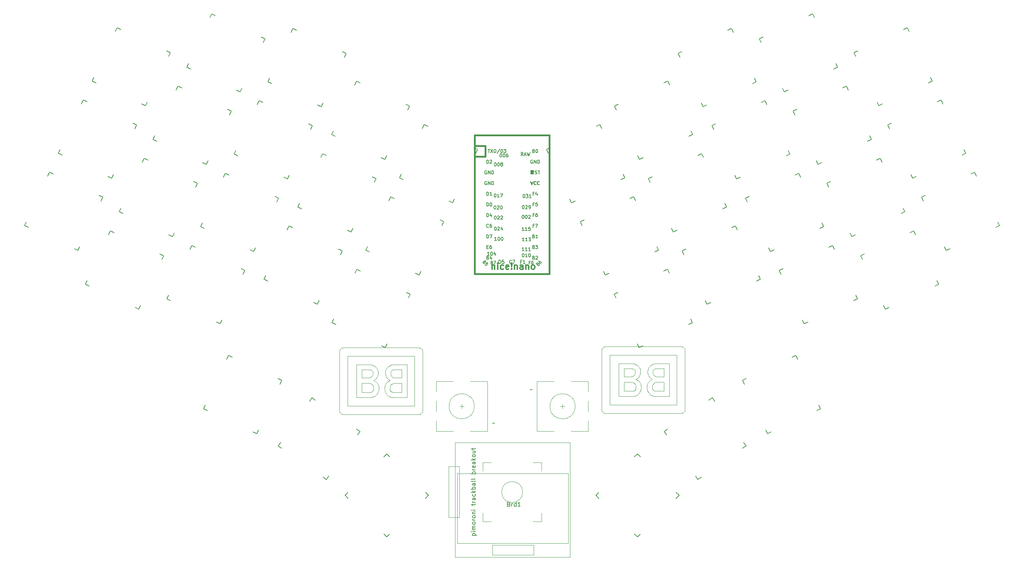
<source format=gbr>
%TF.GenerationSoftware,KiCad,Pcbnew,(5.1.9)-1*%
%TF.CreationDate,2021-12-09T21:31:54-08:00*%
%TF.ProjectId,barobord,6261726f-626f-4726-942e-6b696361645f,rev?*%
%TF.SameCoordinates,Original*%
%TF.FileFunction,Legend,Top*%
%TF.FilePolarity,Positive*%
%FSLAX46Y46*%
G04 Gerber Fmt 4.6, Leading zero omitted, Abs format (unit mm)*
G04 Created by KiCad (PCBNEW (5.1.9)-1) date 2021-12-09 21:31:54*
%MOMM*%
%LPD*%
G01*
G04 APERTURE LIST*
%ADD10C,0.080000*%
%ADD11C,0.150000*%
%ADD12C,0.381000*%
%ADD13C,0.120000*%
%ADD14C,0.300000*%
G04 APERTURE END LIST*
D10*
X158551135Y-110396823D02*
X158719807Y-110305625D01*
X158404512Y-125812848D02*
X158283517Y-125666225D01*
X167537441Y-120046713D02*
X167459340Y-120468814D01*
X160098951Y-124118545D02*
X160098948Y-112212323D01*
X158134551Y-111019623D02*
X158192291Y-110833122D01*
X177521570Y-125933838D02*
X177352971Y-126025065D01*
X177958370Y-125160760D02*
X177938172Y-125311104D01*
X175973969Y-112212323D02*
X175973971Y-124118545D01*
X159056597Y-110227924D02*
X159106760Y-110227922D01*
X176966170Y-110227926D02*
X177016171Y-110227924D01*
X158114571Y-125160762D02*
X158114571Y-125110737D01*
X159106760Y-110227922D02*
X176966170Y-110227926D01*
X158134551Y-125311103D02*
X158114571Y-125160762D01*
X158192291Y-110833122D02*
X158283518Y-110664526D01*
X158551133Y-125933838D02*
X158404512Y-125812848D01*
X177166471Y-126082805D02*
X177016171Y-126102922D01*
X167459340Y-120468814D02*
X167443741Y-120521594D01*
X159106759Y-126102924D02*
X159056596Y-126102924D01*
X158906252Y-110247925D02*
X159056597Y-110227924D01*
X158114569Y-111169925D02*
X158134551Y-111019623D01*
X158114571Y-125110737D02*
X158114571Y-111220125D01*
X177880470Y-125497550D02*
X177789271Y-125666224D01*
X177352970Y-110305624D02*
X177521569Y-110396825D01*
X158719806Y-126025066D02*
X158551133Y-125933838D01*
X177938172Y-125311104D02*
X177880470Y-125497550D01*
X177938170Y-111019623D02*
X177958370Y-111169923D01*
X177016171Y-126102922D02*
X176966171Y-126102923D01*
X158283517Y-125666225D02*
X158192291Y-125497550D01*
X177789269Y-110664525D02*
X177880470Y-110833124D01*
X177016171Y-110227924D02*
X177166472Y-110247925D01*
X177166472Y-110247925D02*
X177352970Y-110305624D01*
X158114571Y-111220125D02*
X158114569Y-111169925D01*
X159056596Y-126102924D02*
X158906256Y-126082805D01*
X177789271Y-125666224D02*
X177668272Y-125812848D01*
X176966171Y-126102923D02*
X159106759Y-126102924D01*
X175973971Y-124118545D02*
X160098951Y-124118545D01*
X177958370Y-111169923D02*
X177958370Y-111220124D01*
X177958370Y-125110735D02*
X177958370Y-125160760D01*
X177668272Y-110517823D02*
X177789269Y-110664525D01*
X177880470Y-110833124D02*
X177938170Y-111019623D01*
X158906256Y-126082805D02*
X158719806Y-126025066D01*
X177668272Y-125812848D02*
X177521570Y-125933838D01*
X177958370Y-111220124D02*
X177958370Y-125110735D01*
X158283518Y-110664526D02*
X158404510Y-110517825D01*
X158719807Y-110305625D02*
X158906252Y-110247925D01*
X177521569Y-110396825D02*
X177668272Y-110517823D01*
X167428041Y-120574226D02*
X167203291Y-121062755D01*
X160098948Y-112212323D02*
X175973969Y-112212323D01*
X158192291Y-125497550D02*
X158134551Y-125311103D01*
X177352971Y-126025065D02*
X177166471Y-126082805D01*
X167443741Y-120521594D02*
X167428041Y-120574226D01*
X158404510Y-110517825D02*
X158551135Y-110396823D01*
X167537440Y-119888536D02*
X167537441Y-120046713D01*
X165682362Y-118805644D02*
X165562872Y-118743804D01*
X165825939Y-118909713D02*
X165682362Y-118805644D01*
X165952021Y-119040203D02*
X165825939Y-118909713D01*
X166036371Y-119155955D02*
X165952021Y-119040203D01*
X166079480Y-116546243D02*
X166107462Y-116345166D01*
X166060471Y-119197012D02*
X166036371Y-119155955D01*
X165856809Y-117003443D02*
X165995980Y-116788075D01*
X166271460Y-119818785D02*
X166218688Y-119539744D01*
X165661931Y-117192534D02*
X165714850Y-117150624D01*
X165714850Y-117150624D02*
X165856809Y-117003443D01*
X166095599Y-119251592D02*
X166060471Y-119197012D01*
X166271460Y-119911955D02*
X166271460Y-119818785D01*
X165995980Y-116788075D02*
X166079480Y-116546243D01*
X165634520Y-117214014D02*
X165661931Y-117192534D01*
X166107462Y-116345166D02*
X166107461Y-116278205D01*
X165500711Y-117300834D02*
X165634520Y-117214014D01*
X165499759Y-118720234D02*
X165401090Y-118692795D01*
X165521250Y-118728073D02*
X165499759Y-118720234D01*
X165562872Y-118743804D02*
X165521250Y-118728073D01*
X166218688Y-119539744D02*
X166095599Y-119251592D01*
X163434780Y-117403494D02*
X164923461Y-117403495D01*
X166107461Y-116190965D02*
X166053870Y-115929424D01*
X165693219Y-122053145D02*
X165300480Y-122092264D01*
X166796080Y-118329395D02*
X167142790Y-118683025D01*
X166376200Y-117915865D02*
X166248040Y-117989605D01*
X167349900Y-116117654D02*
X167349901Y-116219505D01*
X166236329Y-121918383D02*
X166034148Y-121980786D01*
X166037040Y-114391026D02*
X166103471Y-114416324D01*
X165169700Y-114238526D02*
X165282452Y-114238525D01*
X162192191Y-114238525D02*
X165169700Y-114238526D01*
X166814530Y-121553046D02*
X166775550Y-121588183D01*
X167074417Y-117230564D02*
X166730073Y-117641475D01*
X167281010Y-116756505D02*
X167074417Y-117230564D01*
X166318310Y-121885143D02*
X166271462Y-121904722D01*
X165345419Y-117368353D02*
X165370791Y-117360525D01*
X167349901Y-116353736D02*
X167281010Y-116756505D01*
X166730073Y-117641475D02*
X166376200Y-117915865D01*
X167203291Y-121062755D02*
X167174079Y-121107664D01*
X163434781Y-115481124D02*
X163434780Y-117403494D01*
X165319920Y-117374144D02*
X165345419Y-117368353D01*
X165163631Y-117394673D02*
X165319920Y-117374144D01*
X165300480Y-122092264D02*
X165169701Y-122092266D01*
X167197501Y-118763203D02*
X167254129Y-118843284D01*
X164983402Y-117403495D02*
X165163631Y-117394673D01*
X165251720Y-115481127D02*
X163434781Y-115481124D01*
X166728701Y-114812922D02*
X166777490Y-114855923D01*
X167146631Y-121152605D02*
X166992290Y-121362615D01*
X165796728Y-122035644D02*
X165744098Y-122045414D01*
X166053870Y-115929424D02*
X165893460Y-115680423D01*
X166248040Y-117989605D02*
X166351510Y-118038354D01*
X166989400Y-115097025D02*
X167158351Y-115373522D01*
X166775550Y-121588183D02*
X166738331Y-121621413D01*
X166538090Y-121766933D02*
X166318310Y-121885143D01*
X164923461Y-117403495D02*
X164983402Y-117403495D01*
X165625979Y-115530926D02*
X165345281Y-115481127D01*
X166107461Y-116278205D02*
X166107461Y-116190965D01*
X167158351Y-115373522D02*
X167185790Y-115434122D01*
X167537439Y-119737475D02*
X167537440Y-119888536D01*
X167452419Y-119284784D02*
X167537439Y-119737475D01*
X167254129Y-118843284D02*
X167452419Y-119284784D01*
X167213062Y-115494625D02*
X167308841Y-115812124D01*
X167308841Y-115812124D02*
X167349900Y-116117654D01*
X166679770Y-114768024D02*
X166728701Y-114812922D01*
X165744098Y-122045414D02*
X165693219Y-122053145D01*
X166777490Y-114855923D02*
X166989400Y-115097025D01*
X162192190Y-122092265D02*
X162192191Y-114238525D01*
X166034148Y-121980786D02*
X165796728Y-122035644D01*
X166992290Y-121362615D02*
X166814530Y-121553046D01*
X165345281Y-115481127D02*
X165251720Y-115481127D01*
X165282452Y-114238525D02*
X165620871Y-114276625D01*
X167142790Y-118683025D02*
X167197501Y-118763203D01*
X166271462Y-121904722D02*
X166236329Y-121918383D01*
X166351510Y-118038354D02*
X166796080Y-118329395D01*
X166409119Y-114572623D02*
X166679770Y-114768024D01*
X166738331Y-121621413D02*
X166538090Y-121766933D01*
X167174079Y-121107664D02*
X167146631Y-121152605D01*
X165620871Y-114276625D02*
X165970611Y-114365524D01*
X165169701Y-122092266D02*
X162192190Y-122092265D01*
X165970611Y-114365524D02*
X166037040Y-114391026D01*
X167349901Y-116219505D02*
X167349901Y-116353736D01*
X166103471Y-114416324D02*
X166409119Y-114572623D01*
X167185790Y-115434122D02*
X167213062Y-115494625D01*
X165370791Y-117360525D02*
X165500711Y-117300834D01*
X165893460Y-115680423D02*
X165625979Y-115530926D01*
X170498572Y-115680327D02*
X170338169Y-115929425D01*
X170765970Y-115530725D02*
X170498572Y-115680327D01*
X172957271Y-115481025D02*
X171140369Y-115481026D01*
X170891170Y-117300833D02*
X171021170Y-117360523D01*
X171046671Y-115481024D02*
X170765970Y-115530725D01*
X171071971Y-117374144D02*
X171228270Y-117394675D01*
X171140369Y-115481026D02*
X171046671Y-115481024D01*
X172957270Y-117403494D02*
X172957271Y-115481025D01*
X171468571Y-117403494D02*
X172957270Y-117403494D01*
X171408470Y-117403495D02*
X171468571Y-117403494D01*
X171228270Y-117394675D02*
X171408470Y-117403495D01*
X171021170Y-117360523D02*
X171046673Y-117368354D01*
X171046673Y-117368354D02*
X171071971Y-117374144D01*
X170757371Y-117214014D02*
X170891170Y-117300833D01*
X170439872Y-119040066D02*
X170355571Y-119155814D01*
X170829071Y-118743804D02*
X170709571Y-118805645D01*
X166271460Y-120011865D02*
X166271460Y-119911955D01*
X165415272Y-120826283D02*
X165730721Y-120769105D01*
X163434781Y-118669505D02*
X163434781Y-120826284D01*
X170892270Y-118720235D02*
X170870769Y-118728076D01*
X170284669Y-116345164D02*
X170312470Y-116546246D01*
X170284673Y-116278205D02*
X170284669Y-116345164D01*
X170173268Y-119539745D02*
X170120569Y-119818785D01*
X170870769Y-118728076D02*
X170829071Y-118743804D01*
X171213669Y-118672405D02*
X171109071Y-118679134D01*
X171093469Y-118681223D02*
X171067867Y-118681223D01*
X171109071Y-118679134D02*
X171093469Y-118681223D01*
X172957271Y-118669504D02*
X171386572Y-118669505D01*
X170360771Y-120597656D02*
X170661171Y-120769103D01*
X166031120Y-120597656D02*
X166211380Y-120312002D01*
X165730721Y-120769105D02*
X166031120Y-120597656D01*
X170180571Y-120312005D02*
X170360771Y-120597656D01*
X165324180Y-118681222D02*
X165298570Y-118681225D01*
X170355571Y-119155814D02*
X170331572Y-119196875D01*
X163434781Y-120826284D02*
X165310281Y-120826282D01*
X165178379Y-118672405D02*
X165048732Y-118669504D01*
X170565971Y-118909713D02*
X170439872Y-119040066D01*
X170709571Y-118805645D02*
X170565971Y-118909713D01*
X171081769Y-120826285D02*
X172957272Y-120826285D01*
X170296270Y-119251594D02*
X170173268Y-119539745D01*
X165310281Y-120826282D02*
X165415272Y-120826283D01*
X171386572Y-118669505D02*
X171343271Y-118669505D01*
X170120572Y-120011865D02*
X170180571Y-120312005D01*
X170331572Y-119196875D02*
X170296270Y-119251594D01*
X171343271Y-118669505D02*
X171213669Y-118672405D01*
X170990971Y-118692793D02*
X170892270Y-118720235D01*
X165048732Y-118669504D02*
X165005590Y-118669503D01*
X166211380Y-120312002D02*
X166271460Y-120011865D01*
X165401090Y-118692795D02*
X165324180Y-118681222D01*
X171067867Y-118681223D02*
X170990971Y-118692793D01*
X165282838Y-118679133D02*
X165178379Y-118672405D01*
X170120572Y-119911956D02*
X170120572Y-120011865D01*
X170730070Y-117192534D02*
X170757371Y-117214014D01*
X170677071Y-117150626D02*
X170730070Y-117192534D01*
X170535069Y-117003444D02*
X170677071Y-117150626D01*
X165298570Y-118681225D02*
X165282838Y-118679133D01*
X170395972Y-116788076D02*
X170535069Y-117003444D01*
X170661171Y-120769103D02*
X170976671Y-120826284D01*
X170312470Y-116546246D02*
X170395972Y-116788076D01*
X165005590Y-118669503D02*
X163434781Y-118669505D01*
X172957272Y-120826285D02*
X172957271Y-118669504D01*
X170976671Y-120826284D02*
X171081769Y-120826285D01*
X170120569Y-119818785D02*
X170120572Y-119911956D01*
X170354970Y-114391024D02*
X170421371Y-114365525D01*
X169577371Y-121553043D02*
X169399570Y-121362615D01*
X169595968Y-118329396D02*
X170040368Y-118038353D01*
X169217971Y-121107665D02*
X169188569Y-121062612D01*
X168854572Y-120033487D02*
X168854569Y-119888534D01*
X169982773Y-114572624D02*
X170288572Y-114416325D01*
X168932568Y-120468813D02*
X168854572Y-120033487D01*
X169653571Y-121621413D02*
X169616468Y-121588183D01*
X169616468Y-121588183D02*
X169577371Y-121553043D01*
X170120571Y-121904723D02*
X170073569Y-121885143D01*
X170155771Y-121918386D02*
X170120571Y-121904723D01*
X170357870Y-121980786D02*
X170155771Y-121918386D01*
X170698872Y-122053145D02*
X170648070Y-122045415D01*
X170288572Y-114416325D02*
X170354970Y-114391024D01*
X169042169Y-116219644D02*
X169042171Y-116117653D01*
X169042169Y-116353844D02*
X169042169Y-116219644D01*
X169317471Y-117230564D02*
X169110870Y-116756504D01*
X169137772Y-118843286D02*
X169194570Y-118763205D01*
X170338169Y-115929425D02*
X170284671Y-116190965D01*
X171222472Y-114238523D02*
X174199871Y-114238524D01*
X171109570Y-114238525D02*
X171222472Y-114238523D01*
X169663371Y-114812924D02*
X169712172Y-114768025D01*
X169083069Y-115812124D02*
X169178872Y-115494626D01*
X168939470Y-119284785D02*
X169137772Y-118843286D01*
X169188569Y-121062612D02*
X168963872Y-120574226D01*
X169402468Y-115097025D02*
X169614472Y-114855826D01*
X169245271Y-121152604D02*
X169217971Y-121107665D01*
X168854569Y-119888534D02*
X168854570Y-119737475D01*
X169399570Y-121362615D02*
X169245271Y-121152604D01*
X171222469Y-122092263D02*
X171078871Y-122092265D01*
X169042171Y-116117653D02*
X169083069Y-115812124D01*
X170284671Y-116190965D02*
X170284673Y-116278205D01*
X169661870Y-117641473D02*
X169317471Y-117230564D01*
X170648070Y-122045415D02*
X170595272Y-122035644D01*
X170771170Y-114276626D02*
X171109570Y-114238525D01*
X169712172Y-114768025D02*
X169982773Y-114572624D01*
X170595272Y-122035644D02*
X170357870Y-121980786D01*
X168948270Y-120521596D02*
X168932568Y-120468813D01*
X169853771Y-121766936D02*
X169653571Y-121621413D01*
X168963872Y-120574226D02*
X168948270Y-120521596D01*
X170073569Y-121885143D02*
X169853771Y-121766936D01*
X169178872Y-115494626D02*
X169206269Y-115434126D01*
X170040368Y-118038353D02*
X170143969Y-117989603D01*
X170421371Y-114365525D02*
X170771170Y-114276626D01*
X174199871Y-114238524D02*
X174199873Y-122092267D01*
X170015671Y-117915863D02*
X169661870Y-117641473D01*
X168854570Y-119737475D02*
X168939470Y-119284785D01*
X169614472Y-114855826D02*
X169663371Y-114812924D01*
X169233569Y-115373524D02*
X169402468Y-115097025D01*
X169249271Y-118683025D02*
X169595968Y-118329396D01*
X170143969Y-117989603D02*
X170015671Y-117915863D01*
X169194570Y-118763205D02*
X169249271Y-118683025D01*
X171078871Y-122092265D02*
X170698872Y-122053145D01*
X174199873Y-122092267D02*
X171222469Y-122092263D01*
X169110870Y-116756504D02*
X169042169Y-116353844D01*
X169206269Y-115434126D02*
X169233569Y-115373524D01*
X103574211Y-117047973D02*
X103657709Y-116806142D01*
X102741860Y-117654575D02*
X102898151Y-117634045D01*
X103685690Y-116538105D02*
X103685691Y-116450863D01*
X103435039Y-117263343D02*
X103574211Y-117047973D01*
X103293080Y-117410524D02*
X103435039Y-117263343D01*
X104859240Y-117016403D02*
X104652648Y-117490464D01*
X103240158Y-117452434D02*
X103293080Y-117410524D01*
X103078941Y-117560733D02*
X103212749Y-117473914D01*
X103548840Y-114625422D02*
X103615269Y-114650925D01*
X102949020Y-117620427D02*
X103078941Y-117560733D01*
X104652648Y-117490464D02*
X104308299Y-117901373D01*
X102898151Y-117634045D02*
X102923651Y-117628255D01*
X103199099Y-114536525D02*
X103548840Y-114625422D01*
X101013010Y-115741026D02*
X101013010Y-117663394D01*
X104374311Y-118589294D02*
X104721019Y-118942925D01*
X103204209Y-115790823D02*
X102923509Y-115741023D01*
X104775732Y-119023106D02*
X104832364Y-119103184D01*
X104567630Y-115356922D02*
X104736579Y-115633426D01*
X104355719Y-115115824D02*
X104567630Y-115356922D01*
X104721019Y-118942925D02*
X104775732Y-119023106D01*
X102501690Y-117663396D02*
X102561630Y-117663395D01*
X104308299Y-117901373D02*
X103954430Y-118175763D01*
X104791291Y-115754525D02*
X104887071Y-116072025D01*
X99770421Y-114498422D02*
X102747928Y-114498426D01*
X103471690Y-115940325D02*
X103204209Y-115790823D01*
X103615269Y-114650925D02*
X103681700Y-114676223D01*
X105030649Y-119544683D02*
X105115672Y-119997375D01*
X103929740Y-118298254D02*
X104374311Y-118589294D01*
X102829951Y-115741026D02*
X101013010Y-115741026D01*
X103954430Y-118175763D02*
X103826268Y-118249506D01*
X103826268Y-118249506D02*
X103929740Y-118298254D01*
X104764021Y-115694023D02*
X104791291Y-115754525D01*
X103632100Y-116189326D02*
X103471690Y-115940325D01*
X102747928Y-114498426D02*
X102860682Y-114498424D01*
X105115672Y-119997375D02*
X105115670Y-120148433D01*
X104928131Y-116479403D02*
X104928129Y-116613633D01*
X104887071Y-116072025D02*
X104928130Y-116377556D01*
X104258000Y-115027924D02*
X104306932Y-115072825D01*
X102923509Y-115741023D02*
X102829951Y-115741026D01*
X104832364Y-119103184D02*
X105030649Y-119544683D01*
X104306932Y-115072825D02*
X104355719Y-115115824D01*
X104736579Y-115633426D02*
X104764021Y-115694023D01*
X103796920Y-119799645D02*
X103673829Y-119511492D01*
X103987350Y-114832526D02*
X104258000Y-115027924D01*
X102923651Y-117628255D02*
X102949020Y-117620427D01*
X103849690Y-120078683D02*
X103796920Y-119799645D01*
X103849691Y-120171852D02*
X103849690Y-120078683D01*
X103685690Y-116605066D02*
X103685690Y-116538105D01*
X101013010Y-117663394D02*
X102501690Y-117663396D01*
X104928129Y-116613633D02*
X104859240Y-117016403D01*
X104928130Y-116377556D02*
X104928131Y-116479403D01*
X102860682Y-114498424D02*
X103199099Y-114536525D01*
X103657709Y-116806142D02*
X103685690Y-116605066D01*
X102561630Y-117663395D02*
X102741860Y-117654575D01*
X103212749Y-117473914D02*
X103240158Y-117452434D01*
X103685691Y-116450863D02*
X103632100Y-116189326D01*
X103681700Y-114676223D02*
X103987350Y-114832526D01*
X107194699Y-121848083D02*
X107155598Y-121812945D01*
X110535501Y-115740921D02*
X108718601Y-115740926D01*
X108277100Y-122313044D02*
X108226299Y-122305315D01*
X106661302Y-116072024D02*
X106757100Y-115754527D01*
X108800701Y-114498425D02*
X111778099Y-114498425D01*
X107999603Y-114625425D02*
X108349401Y-114536525D01*
X107866803Y-114676224D02*
X107933202Y-114650925D01*
X106517700Y-119544683D02*
X106716001Y-119103184D01*
X106757100Y-115754527D02*
X106784500Y-115694024D01*
X106772801Y-119023105D02*
X106827499Y-118942926D01*
X107241600Y-115072823D02*
X107290398Y-115027921D01*
X106432801Y-120148435D02*
X106432799Y-119997374D01*
X106895698Y-117490465D02*
X106689101Y-117016404D01*
X107231801Y-121881313D02*
X107194699Y-121848083D01*
X107432001Y-122026835D02*
X107231801Y-121881313D01*
X107651803Y-122145043D02*
X107432001Y-122026835D01*
X111778099Y-114498425D02*
X111778103Y-122352163D01*
X111778103Y-122352163D02*
X108800702Y-122352166D01*
X107862900Y-116450864D02*
X107862904Y-116538105D01*
X106432799Y-119997374D02*
X106517700Y-119544683D01*
X108076800Y-115940223D02*
X107916402Y-116189325D01*
X106716001Y-119103184D02*
X106772801Y-119023105D01*
X106811802Y-115633424D02*
X106980700Y-115356924D01*
X107174202Y-118589295D02*
X107618602Y-118298254D01*
X107593899Y-118175765D02*
X107240101Y-117901373D01*
X108349401Y-114536525D02*
X108687800Y-114498424D01*
X106620398Y-116613745D02*
X106620400Y-116479545D01*
X107698801Y-122164624D02*
X107651803Y-122145043D01*
X107936101Y-122240685D02*
X107734000Y-122178286D01*
X108173500Y-122295547D02*
X107936101Y-122240685D01*
X106620400Y-116377556D02*
X106661302Y-116072024D01*
X108226299Y-122305315D02*
X108173500Y-122295547D01*
X107290398Y-115027921D02*
X107561001Y-114832524D01*
X107933202Y-114650925D02*
X107999603Y-114625425D01*
X107240101Y-117901373D02*
X106895698Y-117490465D01*
X107722200Y-118249507D02*
X107593899Y-118175765D01*
X109046799Y-117663395D02*
X110535498Y-117663394D01*
X108650199Y-117634043D02*
X108806500Y-117654576D01*
X107618602Y-118298254D02*
X107722200Y-118249507D01*
X108344201Y-115790625D02*
X108076800Y-115940223D01*
X106827499Y-118942926D02*
X107174202Y-118589295D01*
X108624902Y-115740924D02*
X108344201Y-115790625D01*
X110535498Y-117663394D02*
X110535501Y-115740921D01*
X107734000Y-122178286D02*
X107698801Y-122164624D01*
X106980700Y-115356924D02*
X107192701Y-115115725D01*
X107916402Y-116189325D02*
X107862900Y-116450864D01*
X106784500Y-115694024D02*
X106811802Y-115633424D01*
X106689101Y-117016404D02*
X106620398Y-116613745D01*
X108800702Y-122352166D02*
X108657099Y-122352166D01*
X107561001Y-114832524D02*
X107866803Y-114676224D01*
X107192701Y-115115725D02*
X107241600Y-115072823D01*
X108986699Y-117663392D02*
X109046799Y-117663395D01*
X108687800Y-114498424D02*
X108800701Y-114498425D01*
X106766801Y-121322516D02*
X106542100Y-120834127D01*
X106796200Y-121367565D02*
X106766801Y-121322516D01*
X106620400Y-116479545D02*
X106620400Y-116377556D01*
X108657099Y-122352166D02*
X108277100Y-122313044D01*
X106823501Y-121412502D02*
X106796200Y-121367565D01*
X106977799Y-121622515D02*
X106823501Y-121412502D01*
X108806500Y-117654576D02*
X108986699Y-117663392D01*
X107155598Y-121812945D02*
X106977799Y-121622515D01*
X108718601Y-115740926D02*
X108624902Y-115740924D01*
X107933801Y-119415714D02*
X107909801Y-119456776D01*
X107751502Y-119799645D02*
X107698802Y-120078685D01*
X108308300Y-117452434D02*
X108335602Y-117473914D01*
X107890700Y-116806144D02*
X107974199Y-117047975D01*
X107862902Y-116605068D02*
X107890700Y-116806144D01*
X103849690Y-120271765D02*
X103849691Y-120171852D01*
X103614600Y-119415855D02*
X103530251Y-119300105D01*
X110535501Y-121086183D02*
X110535500Y-118929403D01*
X107909801Y-119456776D02*
X107874500Y-119511492D01*
X108287799Y-119065546D02*
X108144201Y-119169615D01*
X108554901Y-121086185D02*
X108660004Y-121086182D01*
X102876800Y-118941125D02*
X102861072Y-118939036D01*
X101013013Y-121086183D02*
X102888509Y-121086185D01*
X108470503Y-118980136D02*
X108449000Y-118987976D01*
X102888509Y-121086185D02*
X102993503Y-121086186D01*
X108687301Y-118939032D02*
X108671701Y-118941123D01*
X108964803Y-118929405D02*
X108921501Y-118929404D01*
X103638702Y-119456914D02*
X103614600Y-119415855D01*
X101013010Y-118929405D02*
X101013013Y-121086183D01*
X110535500Y-118929403D02*
X108964803Y-118929405D01*
X102902410Y-118941125D02*
X102876800Y-118941125D01*
X108660004Y-121086182D02*
X110535501Y-121086183D01*
X107698801Y-120171853D02*
X107698802Y-120271765D01*
X102583819Y-118929402D02*
X101013010Y-118929405D01*
X108239402Y-121029006D02*
X108554901Y-121086185D01*
X103673829Y-119511492D02*
X103638702Y-119456914D01*
X108018100Y-119299963D02*
X107933801Y-119415714D01*
X102756608Y-118932305D02*
X102626960Y-118929402D01*
X108407301Y-119003704D02*
X108287799Y-119065546D01*
X108449000Y-118987976D02*
X108407301Y-119003704D01*
X108646099Y-118941125D02*
X108569200Y-118952695D01*
X108791901Y-118932304D02*
X108687301Y-118939032D01*
X103789609Y-120571904D02*
X103849690Y-120271765D01*
X102626960Y-118929402D02*
X102583819Y-118929402D01*
X103099480Y-118987975D02*
X103077993Y-118980135D01*
X102993503Y-121086186D02*
X103308950Y-121029005D01*
X102861072Y-118939036D02*
X102756608Y-118932305D01*
X108569200Y-118952695D02*
X108470503Y-118980136D01*
X108671701Y-118941123D02*
X108646099Y-118941125D01*
X103308950Y-121029005D02*
X103609350Y-120857554D01*
X103530251Y-119300105D02*
X103404169Y-119169613D01*
X108624899Y-117628256D02*
X108650199Y-117634043D01*
X107698802Y-120078685D02*
X107698801Y-120171853D01*
X102979321Y-118952695D02*
X102902410Y-118941125D01*
X108599399Y-117620422D02*
X108624899Y-117628256D01*
X108113301Y-117263345D02*
X108255301Y-117410523D01*
X103077993Y-118980135D02*
X102979321Y-118952695D01*
X103141100Y-119003704D02*
X103099480Y-118987975D01*
X108255301Y-117410523D02*
X108308300Y-117452434D01*
X108144201Y-119169615D02*
X108018100Y-119299963D01*
X107939000Y-120857554D02*
X108239402Y-121029006D01*
X107698802Y-120271765D02*
X107758800Y-120571904D01*
X103260590Y-119065543D02*
X103141100Y-119003704D01*
X108469400Y-117560733D02*
X108599399Y-117620422D01*
X108335602Y-117473914D02*
X108469400Y-117560733D01*
X107974199Y-117047975D02*
X108113301Y-117263345D01*
X107862904Y-116538105D02*
X107862902Y-116605068D01*
X107758800Y-120571904D02*
X107939000Y-120857554D01*
X103609350Y-120857554D02*
X103789609Y-120571904D01*
X103404169Y-119169613D02*
X103260590Y-119065543D01*
X107874500Y-119511492D02*
X107751502Y-119799645D01*
X108921501Y-118929404D02*
X108791901Y-118932304D01*
X106542100Y-120834127D02*
X106526502Y-120781496D01*
X106510801Y-120728714D02*
X106432799Y-120293384D01*
X106432799Y-120293384D02*
X106432801Y-120148435D01*
X106526502Y-120781496D02*
X106510801Y-120728714D01*
X114744701Y-126342703D02*
X114594402Y-126362824D01*
X114544401Y-110487823D02*
X114594400Y-110487824D01*
X115516400Y-125571005D02*
X115458700Y-125757450D01*
X115536599Y-111480024D02*
X115536601Y-125370637D01*
X114931199Y-126284966D02*
X114744701Y-126342703D01*
X115367501Y-125926125D02*
X115246501Y-126072748D01*
X115536602Y-111429825D02*
X115536599Y-111480024D01*
X115516402Y-111279525D02*
X115536602Y-111429825D01*
X115458699Y-111093023D02*
X115516402Y-111279525D01*
X115099801Y-126193739D02*
X114931199Y-126284966D01*
X115246501Y-126072748D02*
X115099801Y-126193739D01*
X115536601Y-125370637D02*
X115536599Y-125420659D01*
X114744700Y-110507824D02*
X114931199Y-110565524D01*
X114594400Y-110487824D02*
X114744700Y-110507824D01*
X115246500Y-110777721D02*
X115367499Y-110924425D01*
X114931199Y-110565524D02*
X115099802Y-110656722D01*
X115458700Y-125757450D02*
X115367501Y-125926125D01*
X115099802Y-110656722D02*
X115246500Y-110777721D01*
X115536599Y-125420659D02*
X115516400Y-125571005D01*
X115367499Y-110924425D02*
X115458699Y-111093023D01*
X96634828Y-126362826D02*
X96484483Y-126342706D01*
X96684989Y-126362826D02*
X96634828Y-126362826D01*
X96684989Y-110487824D02*
X114544401Y-110487823D01*
X114544401Y-126362824D02*
X96684989Y-126362826D01*
X114594402Y-126362824D02*
X114544401Y-126362824D01*
X105037572Y-120728713D02*
X105021970Y-120781496D01*
X104570523Y-121622516D02*
X104392762Y-121812945D01*
X96129365Y-110656725D02*
X96298037Y-110565526D01*
X105115670Y-120148433D02*
X105115672Y-120306616D01*
X95712781Y-125571005D02*
X95692801Y-125420659D01*
X96484483Y-126342706D02*
X96298037Y-126284965D01*
X95692801Y-111429826D02*
X95712783Y-111279525D01*
X103271450Y-122313045D02*
X102878710Y-122352166D01*
X103322332Y-122305314D02*
X103271450Y-122313045D01*
X105115672Y-120306616D02*
X105037572Y-120728713D01*
X103374962Y-122295546D02*
X103322332Y-122305314D01*
X103849691Y-122164625D02*
X103814562Y-122178286D01*
X104392762Y-121812945D02*
X104353780Y-121848083D01*
X105021970Y-120781496D02*
X105006271Y-120834123D01*
X113552202Y-124378445D02*
X97677182Y-124378445D01*
X95692801Y-125370636D02*
X95692800Y-111480025D01*
X95982739Y-126072747D02*
X95861749Y-125926124D01*
X96129365Y-126193738D02*
X95982739Y-126072747D01*
X103896540Y-122145046D02*
X103849691Y-122164625D01*
X104752312Y-121367564D02*
X104724859Y-121412503D01*
X97677182Y-124378445D02*
X97677181Y-112472224D01*
X96634826Y-110487825D02*
X96684989Y-110487824D01*
X95712783Y-111279525D02*
X95770522Y-111093024D01*
X96484482Y-110507823D02*
X96634826Y-110487825D01*
X95861746Y-110924427D02*
X95982739Y-110777724D01*
X95692800Y-111480025D02*
X95692801Y-111429826D01*
X95692801Y-125420659D02*
X95692801Y-125370636D01*
X95861749Y-125926124D02*
X95770522Y-125757452D01*
X104116321Y-122026834D02*
X103896540Y-122145046D01*
X96298037Y-110565526D02*
X96484482Y-110507823D01*
X95770522Y-125757452D02*
X95712781Y-125571005D01*
X113552199Y-112472225D02*
X113552202Y-124378445D01*
X95982739Y-110777724D02*
X96129365Y-110656725D01*
X97677181Y-112472224D02*
X113552199Y-112472225D01*
X99770420Y-122352164D02*
X99770421Y-114498422D01*
X102747932Y-122352167D02*
X99770420Y-122352164D01*
X104724859Y-121412503D02*
X104570523Y-121622516D01*
X102878710Y-122352166D02*
X102747932Y-122352167D01*
X103612381Y-122240682D02*
X103374962Y-122295546D01*
X104781519Y-121322656D02*
X104752312Y-121367564D01*
X103814562Y-122178286D02*
X103612381Y-122240682D01*
X104353780Y-121848083D02*
X104316561Y-121881315D01*
X96298037Y-126284965D02*
X96129365Y-126193738D01*
X104316561Y-121881315D02*
X104116321Y-122026834D01*
X95770522Y-111093024D02*
X95861746Y-110924427D01*
X105006271Y-120834123D02*
X104781519Y-121322656D01*
D11*
%TO.C,SW40*%
X232400142Y-82679388D02*
X231493834Y-83102006D01*
X232400142Y-82679388D02*
X232822760Y-83585695D01*
X237410490Y-95790315D02*
X238316797Y-95367697D01*
X238316797Y-95367697D02*
X237410490Y-95790315D01*
X237894179Y-94461389D02*
X238316797Y-95367697D01*
X225628488Y-101284352D02*
X225205870Y-100378045D01*
X220618140Y-88173425D02*
X219711833Y-88596043D01*
X225628488Y-101284352D02*
X226534796Y-100861734D01*
X220134451Y-89502351D02*
X219711833Y-88596043D01*
%TO.C,SW39*%
X213067205Y-86177593D02*
X212160897Y-86600211D01*
X213067205Y-86177593D02*
X213489823Y-87083900D01*
X218077553Y-99288520D02*
X218983860Y-98865902D01*
X218983860Y-98865902D02*
X218077553Y-99288520D01*
X218561242Y-97959594D02*
X218983860Y-98865902D01*
X206295551Y-104782557D02*
X205872933Y-103876250D01*
X201285203Y-91671630D02*
X200378896Y-92094248D01*
X206295551Y-104782557D02*
X207201859Y-104359939D01*
X200801514Y-93000556D02*
X200378896Y-92094248D01*
%TO.C,SW38*%
X204299718Y-112333496D02*
X203393410Y-112756114D01*
X204299718Y-112333496D02*
X204722336Y-113239803D01*
X209310066Y-125444423D02*
X210216373Y-125021805D01*
X210216373Y-125021805D02*
X209310066Y-125444423D01*
X209793755Y-124115497D02*
X210216373Y-125021805D01*
X197528064Y-130938460D02*
X197105446Y-130032153D01*
X192517716Y-117827533D02*
X191611409Y-118250151D01*
X197528064Y-130938460D02*
X198434372Y-130515842D01*
X192034027Y-119156459D02*
X191611409Y-118250151D01*
%TO.C,SW37*%
X184446388Y-122386880D02*
X183627236Y-122960456D01*
X184446388Y-122386880D02*
X185019965Y-123206032D01*
X191657306Y-134428585D02*
X192476458Y-133855008D01*
X192476458Y-133855008D02*
X191657306Y-134428585D01*
X191902882Y-133035856D02*
X192476458Y-133855008D01*
X181008330Y-141885078D02*
X180434753Y-141065926D01*
X173797412Y-129843373D02*
X172978260Y-130416950D01*
X181008330Y-141885078D02*
X181827482Y-141311502D01*
X173551836Y-131236102D02*
X172978260Y-130416950D01*
%TO.C,SW36*%
X166640430Y-135735025D02*
X165933323Y-136442132D01*
X166640430Y-135735025D02*
X167347537Y-136442132D01*
X175832818Y-146341627D02*
X176539925Y-145634520D01*
X176539925Y-145634520D02*
X175832818Y-146341627D01*
X175832818Y-144927413D02*
X176539925Y-145634520D01*
X166640430Y-155534015D02*
X165933323Y-154826908D01*
X157448042Y-144927413D02*
X156740935Y-145634520D01*
X166640430Y-155534015D02*
X167347537Y-154826908D01*
X157448042Y-146341627D02*
X156740935Y-145634520D01*
%TO.C,SW35*%
X116866424Y-145634519D02*
X116159317Y-144927412D01*
X116866424Y-145634519D02*
X116159317Y-146341626D01*
X106259822Y-154826907D02*
X106966929Y-155534014D01*
X106966929Y-155534014D02*
X106259822Y-154826907D01*
X107674036Y-154826907D02*
X106966929Y-155534014D01*
X97067434Y-145634519D02*
X97774541Y-144927412D01*
X107674036Y-136442131D02*
X106966929Y-135735024D01*
X97067434Y-145634519D02*
X97774541Y-146341626D01*
X106259822Y-136442131D02*
X106966929Y-135735024D01*
%TO.C,SW34*%
X100629093Y-130416950D02*
X99809941Y-129843373D01*
X100629093Y-130416950D02*
X100055517Y-131236102D01*
X91779871Y-141311502D02*
X92599023Y-141885078D01*
X92599023Y-141885078D02*
X91779871Y-141311502D01*
X93172600Y-141065926D02*
X92599023Y-141885078D01*
X81130895Y-133855008D02*
X81704471Y-133035856D01*
X89980117Y-122960456D02*
X89160965Y-122386880D01*
X81130895Y-133855008D02*
X81950047Y-134428585D01*
X88587388Y-123206032D02*
X89160965Y-122386880D01*
%TO.C,SW33*%
X81995942Y-118250153D02*
X81089635Y-117827535D01*
X81995942Y-118250153D02*
X81573324Y-119156461D01*
X75172979Y-130515844D02*
X76079287Y-130938462D01*
X76079287Y-130938462D02*
X75172979Y-130515844D01*
X76501905Y-130032155D02*
X76079287Y-130938462D01*
X63390978Y-125021807D02*
X63813596Y-124115499D01*
X70213941Y-112756116D02*
X69307633Y-112333498D01*
X63390978Y-125021807D02*
X64297285Y-125444425D01*
X68885015Y-113239805D02*
X69307633Y-112333498D01*
%TO.C,SW32*%
X73228461Y-92094251D02*
X72322154Y-91671633D01*
X73228461Y-92094251D02*
X72805843Y-93000559D01*
X66405498Y-104359942D02*
X67311806Y-104782560D01*
X67311806Y-104782560D02*
X66405498Y-104359942D01*
X67734424Y-103876253D02*
X67311806Y-104782560D01*
X54623497Y-98865905D02*
X55046115Y-97959597D01*
X61446460Y-86600214D02*
X60540152Y-86177596D01*
X54623497Y-98865905D02*
X55529804Y-99288523D01*
X60117534Y-87083903D02*
X60540152Y-86177596D01*
%TO.C,SW31*%
X53895524Y-88596043D02*
X52989217Y-88173425D01*
X53895524Y-88596043D02*
X53472906Y-89502351D01*
X47072561Y-100861734D02*
X47978869Y-101284352D01*
X47978869Y-101284352D02*
X47072561Y-100861734D01*
X48401487Y-100378045D02*
X47978869Y-101284352D01*
X35290560Y-95367697D02*
X35713178Y-94461389D01*
X42113523Y-83102006D02*
X41207215Y-82679388D01*
X35290560Y-95367697D02*
X36196867Y-95790315D01*
X40784597Y-83585695D02*
X41207215Y-82679388D01*
%TO.C,SW30*%
X246872968Y-68758640D02*
X245966660Y-69181258D01*
X246872968Y-68758640D02*
X247295586Y-69664947D01*
X251883316Y-81869567D02*
X252789623Y-81446949D01*
X252789623Y-81446949D02*
X251883316Y-81869567D01*
X252367005Y-80540641D02*
X252789623Y-81446949D01*
X240101314Y-87363604D02*
X239678696Y-86457297D01*
X235090966Y-74252677D02*
X234184659Y-74675295D01*
X240101314Y-87363604D02*
X241007622Y-86940986D01*
X234607277Y-75581603D02*
X234184659Y-74675295D01*
%TO.C,SW29*%
X224370395Y-65459541D02*
X223464087Y-65882159D01*
X224370395Y-65459541D02*
X224793013Y-66365848D01*
X229380743Y-78570468D02*
X230287050Y-78147850D01*
X230287050Y-78147850D02*
X229380743Y-78570468D01*
X229864432Y-77241542D02*
X230287050Y-78147850D01*
X217598741Y-84064505D02*
X217176123Y-83158198D01*
X212588393Y-70953578D02*
X211682086Y-71376196D01*
X217598741Y-84064505D02*
X218505049Y-83641887D01*
X212104704Y-72282504D02*
X211682086Y-71376196D01*
%TO.C,SW28*%
X205037457Y-68957751D02*
X204131149Y-69380369D01*
X205037457Y-68957751D02*
X205460075Y-69864058D01*
X210047805Y-82068678D02*
X210954112Y-81646060D01*
X210954112Y-81646060D02*
X210047805Y-82068678D01*
X210531494Y-80739752D02*
X210954112Y-81646060D01*
X198265803Y-87562715D02*
X197843185Y-86656408D01*
X193255455Y-74451788D02*
X192349148Y-74874406D01*
X198265803Y-87562715D02*
X199172111Y-87140097D01*
X192771766Y-75780714D02*
X192349148Y-74874406D01*
%TO.C,SW27*%
X189930699Y-81519033D02*
X189024391Y-81941651D01*
X189930699Y-81519033D02*
X190353317Y-82425340D01*
X194941047Y-94629960D02*
X195847354Y-94207342D01*
X195847354Y-94207342D02*
X194941047Y-94629960D01*
X195424736Y-93301034D02*
X195847354Y-94207342D01*
X183159045Y-100123997D02*
X182736427Y-99217690D01*
X178148697Y-87013070D02*
X177242390Y-87435688D01*
X183159045Y-100123997D02*
X184065353Y-99701379D01*
X177665008Y-88341996D02*
X177242390Y-87435688D01*
%TO.C,SW26*%
X173767397Y-91814551D02*
X172861089Y-92237169D01*
X173767397Y-91814551D02*
X174190015Y-92720858D01*
X178777745Y-104925478D02*
X179684052Y-104502860D01*
X179684052Y-104502860D02*
X178777745Y-104925478D01*
X179261434Y-103596552D02*
X179684052Y-104502860D01*
X166995743Y-110419515D02*
X166573125Y-109513208D01*
X161985395Y-97308588D02*
X161079088Y-97731206D01*
X166995743Y-110419515D02*
X167902051Y-109996897D01*
X161501706Y-98637514D02*
X161079088Y-97731206D01*
%TO.C,SW25*%
X112528268Y-97731205D02*
X111621961Y-97308587D01*
X112528268Y-97731205D02*
X112105650Y-98637513D01*
X105705305Y-109996896D02*
X106611613Y-110419514D01*
X106611613Y-110419514D02*
X105705305Y-109996896D01*
X107034231Y-109513207D02*
X106611613Y-110419514D01*
X93923304Y-104502859D02*
X94345922Y-103596551D01*
X100746267Y-92237168D02*
X99839959Y-91814550D01*
X93923304Y-104502859D02*
X94829611Y-104925477D01*
X99417341Y-92720857D02*
X99839959Y-91814550D01*
%TO.C,SW24*%
X96364964Y-87435689D02*
X95458657Y-87013071D01*
X96364964Y-87435689D02*
X95942346Y-88341997D01*
X89542001Y-99701380D02*
X90448309Y-100123998D01*
X90448309Y-100123998D02*
X89542001Y-99701380D01*
X90870927Y-99217691D02*
X90448309Y-100123998D01*
X77760000Y-94207343D02*
X78182618Y-93301035D01*
X84582963Y-81941652D02*
X83676655Y-81519034D01*
X77760000Y-94207343D02*
X78666307Y-94629961D01*
X83254037Y-82425341D02*
X83676655Y-81519034D01*
%TO.C,SW23*%
X81258208Y-74874403D02*
X80351901Y-74451785D01*
X81258208Y-74874403D02*
X80835590Y-75780711D01*
X74435245Y-87140094D02*
X75341553Y-87562712D01*
X75341553Y-87562712D02*
X74435245Y-87140094D01*
X75764171Y-86656405D02*
X75341553Y-87562712D01*
X62653244Y-81646057D02*
X63075862Y-80739749D01*
X69476207Y-69380366D02*
X68569899Y-68957748D01*
X62653244Y-81646057D02*
X63559551Y-82068675D01*
X68147281Y-69864055D02*
X68569899Y-68957748D01*
%TO.C,SW22*%
X61925271Y-71376197D02*
X61018964Y-70953579D01*
X61925271Y-71376197D02*
X61502653Y-72282505D01*
X55102308Y-83641888D02*
X56008616Y-84064506D01*
X56008616Y-84064506D02*
X55102308Y-83641888D01*
X56431234Y-83158199D02*
X56008616Y-84064506D01*
X43320307Y-78147851D02*
X43742925Y-77241543D01*
X50143270Y-65882160D02*
X49236962Y-65459542D01*
X43320307Y-78147851D02*
X44226614Y-78570469D01*
X48814344Y-66365849D02*
X49236962Y-65459542D01*
%TO.C,SW21*%
X39422693Y-74675296D02*
X38516386Y-74252678D01*
X39422693Y-74675296D02*
X39000075Y-75581604D01*
X32599730Y-86940987D02*
X33506038Y-87363605D01*
X33506038Y-87363605D02*
X32599730Y-86940987D01*
X33928656Y-86457298D02*
X33506038Y-87363605D01*
X20817729Y-81446950D02*
X21240347Y-80540642D01*
X27640692Y-69181259D02*
X26734384Y-68758641D01*
X20817729Y-81446950D02*
X21724036Y-81869568D01*
X26311766Y-69664948D02*
X26734384Y-68758641D01*
%TO.C,SW20*%
X238843221Y-51538793D02*
X237936913Y-51961411D01*
X238843221Y-51538793D02*
X239265839Y-52445100D01*
X243853569Y-64649720D02*
X244759876Y-64227102D01*
X244759876Y-64227102D02*
X243853569Y-64649720D01*
X244337258Y-63320794D02*
X244759876Y-64227102D01*
X232071567Y-70143757D02*
X231648949Y-69237450D01*
X227061219Y-57032830D02*
X226154912Y-57455448D01*
X232071567Y-70143757D02*
X232977875Y-69721139D01*
X226577530Y-58361756D02*
X226154912Y-57455448D01*
%TO.C,SW19*%
X216340649Y-48239692D02*
X215434341Y-48662310D01*
X216340649Y-48239692D02*
X216763267Y-49145999D01*
X221350997Y-61350619D02*
X222257304Y-60928001D01*
X222257304Y-60928001D02*
X221350997Y-61350619D01*
X221834686Y-60021693D02*
X222257304Y-60928001D01*
X209568995Y-66844656D02*
X209146377Y-65938349D01*
X204558647Y-53733729D02*
X203652340Y-54156347D01*
X209568995Y-66844656D02*
X210475303Y-66422038D01*
X204074958Y-55062655D02*
X203652340Y-54156347D01*
%TO.C,SW18*%
X197007708Y-51737902D02*
X196101400Y-52160520D01*
X197007708Y-51737902D02*
X197430326Y-52644209D01*
X202018056Y-64848829D02*
X202924363Y-64426211D01*
X202924363Y-64426211D02*
X202018056Y-64848829D01*
X202501745Y-63519903D02*
X202924363Y-64426211D01*
X190236054Y-70342866D02*
X189813436Y-69436559D01*
X185225706Y-57231939D02*
X184319399Y-57654557D01*
X190236054Y-70342866D02*
X191142362Y-69920248D01*
X184742017Y-58560865D02*
X184319399Y-57654557D01*
%TO.C,SW17*%
X181900954Y-64299189D02*
X180994646Y-64721807D01*
X181900954Y-64299189D02*
X182323572Y-65205496D01*
X186911302Y-77410116D02*
X187817609Y-76987498D01*
X187817609Y-76987498D02*
X186911302Y-77410116D01*
X187394991Y-76081190D02*
X187817609Y-76987498D01*
X175129300Y-82904153D02*
X174706682Y-81997846D01*
X170118952Y-69793226D02*
X169212645Y-70215844D01*
X175129300Y-82904153D02*
X176035608Y-82481535D01*
X169635263Y-71122152D02*
X169212645Y-70215844D01*
%TO.C,SW16*%
X165737649Y-74594704D02*
X164831341Y-75017322D01*
X165737649Y-74594704D02*
X166160267Y-75501011D01*
X170747997Y-87705631D02*
X171654304Y-87283013D01*
X171654304Y-87283013D02*
X170747997Y-87705631D01*
X171231686Y-86376705D02*
X171654304Y-87283013D01*
X158965995Y-93199668D02*
X158543377Y-92293361D01*
X153955647Y-80088741D02*
X153049340Y-80511359D01*
X158965995Y-93199668D02*
X159872303Y-92777050D01*
X153471958Y-81417667D02*
X153049340Y-80511359D01*
%TO.C,SW15*%
X120558015Y-80511362D02*
X119651708Y-80088744D01*
X120558015Y-80511362D02*
X120135397Y-81417670D01*
X113735052Y-92777053D02*
X114641360Y-93199671D01*
X114641360Y-93199671D02*
X113735052Y-92777053D01*
X115063978Y-92293364D02*
X114641360Y-93199671D01*
X101953051Y-87283016D02*
X102375669Y-86376708D01*
X108776014Y-75017325D02*
X107869706Y-74594707D01*
X101953051Y-87283016D02*
X102859358Y-87705634D01*
X107447088Y-75501014D02*
X107869706Y-74594707D01*
%TO.C,SW14*%
X104394711Y-70215842D02*
X103488404Y-69793224D01*
X104394711Y-70215842D02*
X103972093Y-71122150D01*
X97571748Y-82481533D02*
X98478056Y-82904151D01*
X98478056Y-82904151D02*
X97571748Y-82481533D01*
X98900674Y-81997844D02*
X98478056Y-82904151D01*
X85789747Y-76987496D02*
X86212365Y-76081188D01*
X92612710Y-64721805D02*
X91706402Y-64299187D01*
X85789747Y-76987496D02*
X86696054Y-77410114D01*
X91283784Y-65205494D02*
X91706402Y-64299187D01*
%TO.C,SW13*%
X89287956Y-57654557D02*
X88381649Y-57231939D01*
X89287956Y-57654557D02*
X88865338Y-58560865D01*
X82464993Y-69920248D02*
X83371301Y-70342866D01*
X83371301Y-70342866D02*
X82464993Y-69920248D01*
X83793919Y-69436559D02*
X83371301Y-70342866D01*
X70682992Y-64426211D02*
X71105610Y-63519903D01*
X77505955Y-52160520D02*
X76599647Y-51737902D01*
X70682992Y-64426211D02*
X71589299Y-64848829D01*
X76177029Y-52644209D02*
X76599647Y-51737902D01*
%TO.C,SW12*%
X69955018Y-54156349D02*
X69048711Y-53733731D01*
X69955018Y-54156349D02*
X69532400Y-55062657D01*
X63132055Y-66422040D02*
X64038363Y-66844658D01*
X64038363Y-66844658D02*
X63132055Y-66422040D01*
X64460981Y-65938351D02*
X64038363Y-66844658D01*
X51350054Y-60928003D02*
X51772672Y-60021695D01*
X58173017Y-48662312D02*
X57266709Y-48239694D01*
X51350054Y-60928003D02*
X52256361Y-61350621D01*
X56844091Y-49146001D02*
X57266709Y-48239694D01*
%TO.C,SW11*%
X47452443Y-57455449D02*
X46546136Y-57032831D01*
X47452443Y-57455449D02*
X47029825Y-58361757D01*
X40629480Y-69721140D02*
X41535788Y-70143758D01*
X41535788Y-70143758D02*
X40629480Y-69721140D01*
X41958406Y-69237451D02*
X41535788Y-70143758D01*
X28847479Y-64227103D02*
X29270097Y-63320795D01*
X35670442Y-51961412D02*
X34764134Y-51538794D01*
X28847479Y-64227103D02*
X29753786Y-64649721D01*
X34341516Y-52445101D02*
X34764134Y-51538794D01*
%TO.C,SW10*%
X230813475Y-34318946D02*
X229907167Y-34741564D01*
X230813475Y-34318946D02*
X231236093Y-35225253D01*
X235823823Y-47429873D02*
X236730130Y-47007255D01*
X236730130Y-47007255D02*
X235823823Y-47429873D01*
X236307512Y-46100947D02*
X236730130Y-47007255D01*
X224041821Y-52923910D02*
X223619203Y-52017603D01*
X219031473Y-39812983D02*
X218125166Y-40235601D01*
X224041821Y-52923910D02*
X224948129Y-52501292D01*
X218547784Y-41141909D02*
X218125166Y-40235601D01*
%TO.C,SW9*%
X208310900Y-31019847D02*
X207404592Y-31442465D01*
X208310900Y-31019847D02*
X208733518Y-31926154D01*
X213321248Y-44130774D02*
X214227555Y-43708156D01*
X214227555Y-43708156D02*
X213321248Y-44130774D01*
X213804937Y-42801848D02*
X214227555Y-43708156D01*
X201539246Y-49624811D02*
X201116628Y-48718504D01*
X196528898Y-36513884D02*
X195622591Y-36936502D01*
X201539246Y-49624811D02*
X202445554Y-49202193D01*
X196045209Y-37842810D02*
X195622591Y-36936502D01*
%TO.C,SW8*%
X188977962Y-34518056D02*
X188071654Y-34940674D01*
X188977962Y-34518056D02*
X189400580Y-35424363D01*
X193988310Y-47628983D02*
X194894617Y-47206365D01*
X194894617Y-47206365D02*
X193988310Y-47628983D01*
X194471999Y-46300057D02*
X194894617Y-47206365D01*
X182206308Y-53123020D02*
X181783690Y-52216713D01*
X177195960Y-40012093D02*
X176289653Y-40434711D01*
X182206308Y-53123020D02*
X183112616Y-52700402D01*
X176712271Y-41341019D02*
X176289653Y-40434711D01*
%TO.C,SW7*%
X173871207Y-47079339D02*
X172964899Y-47501957D01*
X173871207Y-47079339D02*
X174293825Y-47985646D01*
X178881555Y-60190266D02*
X179787862Y-59767648D01*
X179787862Y-59767648D02*
X178881555Y-60190266D01*
X179365244Y-58861340D02*
X179787862Y-59767648D01*
X167099553Y-65684303D02*
X166676935Y-64777996D01*
X162089205Y-52573376D02*
X161182898Y-52995994D01*
X167099553Y-65684303D02*
X168005861Y-65261685D01*
X161605516Y-53902302D02*
X161182898Y-52995994D01*
%TO.C,SW6*%
X157707903Y-57374853D02*
X156801595Y-57797471D01*
X157707903Y-57374853D02*
X158130521Y-58281160D01*
X162718251Y-70485780D02*
X163624558Y-70063162D01*
X163624558Y-70063162D02*
X162718251Y-70485780D01*
X163201940Y-69156854D02*
X163624558Y-70063162D01*
X150936249Y-75979817D02*
X150513631Y-75073510D01*
X145925901Y-62868890D02*
X145019594Y-63291508D01*
X150936249Y-75979817D02*
X151842557Y-75557199D01*
X145442212Y-64197816D02*
X145019594Y-63291508D01*
%TO.C,SW5*%
X128587759Y-63291512D02*
X127681452Y-62868894D01*
X128587759Y-63291512D02*
X128165141Y-64197820D01*
X121764796Y-75557203D02*
X122671104Y-75979821D01*
X122671104Y-75979821D02*
X121764796Y-75557203D01*
X123093722Y-75073514D02*
X122671104Y-75979821D01*
X109982795Y-70063166D02*
X110405413Y-69156858D01*
X116805758Y-57797475D02*
X115899450Y-57374857D01*
X109982795Y-70063166D02*
X110889102Y-70485784D01*
X115476832Y-58281164D02*
X115899450Y-57374857D01*
%TO.C,SW4*%
X112424458Y-52995993D02*
X111518151Y-52573375D01*
X112424458Y-52995993D02*
X112001840Y-53902301D01*
X105601495Y-65261684D02*
X106507803Y-65684302D01*
X106507803Y-65684302D02*
X105601495Y-65261684D01*
X106930421Y-64777995D02*
X106507803Y-65684302D01*
X93819494Y-59767647D02*
X94242112Y-58861339D01*
X100642457Y-47501956D02*
X99736149Y-47079338D01*
X93819494Y-59767647D02*
X94725801Y-60190265D01*
X99313531Y-47985645D02*
X99736149Y-47079338D01*
%TO.C,SW3*%
X97317702Y-40434710D02*
X96411395Y-40012092D01*
X97317702Y-40434710D02*
X96895084Y-41341018D01*
X90494739Y-52700401D02*
X91401047Y-53123019D01*
X91401047Y-53123019D02*
X90494739Y-52700401D01*
X91823665Y-52216712D02*
X91401047Y-53123019D01*
X78712738Y-47206364D02*
X79135356Y-46300056D01*
X85535701Y-34940673D02*
X84629393Y-34518055D01*
X78712738Y-47206364D02*
X79619045Y-47628982D01*
X84206775Y-35424362D02*
X84629393Y-34518055D01*
%TO.C,SW2*%
X77984764Y-36936503D02*
X77078457Y-36513885D01*
X77984764Y-36936503D02*
X77562146Y-37842811D01*
X71161801Y-49202194D02*
X72068109Y-49624812D01*
X72068109Y-49624812D02*
X71161801Y-49202194D01*
X72490727Y-48718505D02*
X72068109Y-49624812D01*
X59379800Y-43708157D02*
X59802418Y-42801849D01*
X66202763Y-31442466D02*
X65296455Y-31019848D01*
X59379800Y-43708157D02*
X60286107Y-44130775D01*
X64873837Y-31926155D02*
X65296455Y-31019848D01*
%TO.C,SW1*%
X55482189Y-40235602D02*
X54575882Y-39812984D01*
X55482189Y-40235602D02*
X55059571Y-41141910D01*
X48659226Y-52501293D02*
X49565534Y-52923911D01*
X49565534Y-52923911D02*
X48659226Y-52501293D01*
X49988152Y-52017604D02*
X49565534Y-52923911D01*
X36877225Y-47007256D02*
X37299843Y-46100948D01*
X43700188Y-34741565D02*
X42793880Y-34318947D01*
X36877225Y-47007256D02*
X37783532Y-47429874D01*
X42371262Y-35225254D02*
X42793880Y-34318947D01*
D12*
%TO.C,U2*%
X127916271Y-59896125D02*
X127916271Y-62436125D01*
X145696271Y-59896125D02*
X127916271Y-59896125D01*
X145696271Y-62436125D02*
X145696271Y-59896125D01*
X145696271Y-92916125D02*
X145696271Y-62436125D01*
X127916271Y-92916125D02*
X145696271Y-92916125D01*
X127916271Y-62436125D02*
X127916271Y-92916125D01*
%TO.C,U1*%
X130456271Y-62436125D02*
X127916271Y-62436125D01*
X127916271Y-59896125D02*
X127916271Y-62436125D01*
X145696271Y-59896125D02*
X127916271Y-59896125D01*
X145696271Y-62436125D02*
X145696271Y-59896125D01*
D11*
G36*
X141737839Y-68915485D02*
G01*
X141737839Y-69115485D01*
X141637839Y-69115485D01*
X141637839Y-68915485D01*
X141737839Y-68915485D01*
G37*
X141737839Y-68915485D02*
X141737839Y-69115485D01*
X141637839Y-69115485D01*
X141637839Y-68915485D01*
X141737839Y-68915485D01*
G36*
X141337839Y-68315485D02*
G01*
X141337839Y-69115485D01*
X141237839Y-69115485D01*
X141237839Y-68315485D01*
X141337839Y-68315485D01*
G37*
X141337839Y-68315485D02*
X141337839Y-69115485D01*
X141237839Y-69115485D01*
X141237839Y-68315485D01*
X141337839Y-68315485D01*
G36*
X141737839Y-68315485D02*
G01*
X141737839Y-68415485D01*
X141237839Y-68415485D01*
X141237839Y-68315485D01*
X141737839Y-68315485D01*
G37*
X141737839Y-68315485D02*
X141737839Y-68415485D01*
X141237839Y-68415485D01*
X141237839Y-68315485D01*
X141737839Y-68315485D01*
G36*
X141537839Y-68715485D02*
G01*
X141537839Y-68815485D01*
X141437839Y-68815485D01*
X141437839Y-68715485D01*
X141537839Y-68715485D01*
G37*
X141537839Y-68715485D02*
X141537839Y-68815485D01*
X141437839Y-68815485D01*
X141437839Y-68715485D01*
X141537839Y-68715485D01*
G36*
X141737839Y-68315485D02*
G01*
X141737839Y-68615485D01*
X141637839Y-68615485D01*
X141637839Y-68315485D01*
X141737839Y-68315485D01*
G37*
X141737839Y-68315485D02*
X141737839Y-68615485D01*
X141637839Y-68615485D01*
X141637839Y-68315485D01*
X141737839Y-68315485D01*
D12*
X130456271Y-64976125D02*
X127916271Y-64976125D01*
X130456271Y-62436125D02*
X130456271Y-64976125D01*
X145696271Y-92916125D02*
X145696271Y-62436125D01*
X127916271Y-92916125D02*
X145696271Y-92916125D01*
X127916271Y-62436125D02*
X127916271Y-92916125D01*
D13*
%TO.C,SW43*%
X148306272Y-124434125D02*
X149306272Y-124434125D01*
X148806272Y-123934125D02*
X148806272Y-124934125D01*
X154906272Y-127934125D02*
X154906272Y-130334125D01*
X154906272Y-123134125D02*
X154906272Y-125734125D01*
X154906272Y-118534125D02*
X154906272Y-120934125D01*
X141606272Y-120334125D02*
X141306272Y-120634125D01*
X141006272Y-120334125D02*
X141606272Y-120334125D01*
X141306272Y-120634125D02*
X141006272Y-120334125D01*
X142706272Y-118534125D02*
X142706272Y-130334125D01*
X146806272Y-118534125D02*
X142706272Y-118534125D01*
X146806272Y-130334125D02*
X142706272Y-130334125D01*
X154906272Y-130334125D02*
X150806272Y-130334125D01*
X150806272Y-118534125D02*
X154906272Y-118534125D01*
X151806272Y-124434125D02*
G75*
G03*
X151806272Y-124434125I-3000000J0D01*
G01*
%TO.C,SW42*%
X125306270Y-124434125D02*
X124306270Y-124434125D01*
X124806270Y-124934125D02*
X124806270Y-123934125D01*
X118706270Y-120934125D02*
X118706270Y-118534125D01*
X118706270Y-125734125D02*
X118706270Y-123134125D01*
X118706270Y-130334125D02*
X118706270Y-127934125D01*
X132006270Y-128534125D02*
X132306270Y-128234125D01*
X132606270Y-128534125D02*
X132006270Y-128534125D01*
X132306270Y-128234125D02*
X132606270Y-128534125D01*
X130906270Y-130334125D02*
X130906270Y-118534125D01*
X126806270Y-130334125D02*
X130906270Y-130334125D01*
X126806270Y-118534125D02*
X130906270Y-118534125D01*
X118706270Y-118534125D02*
X122806270Y-118534125D01*
X122806270Y-130334125D02*
X118706270Y-130334125D01*
X127806270Y-124434125D02*
G75*
G03*
X127806270Y-124434125I-3000000J0D01*
G01*
%TO.C,Brd1*%
X123744272Y-157051123D02*
X123998272Y-157039123D01*
X123744272Y-140414123D02*
X123744272Y-157051123D01*
X127084272Y-140439123D02*
X123744272Y-140414123D01*
X127084272Y-157039123D02*
X123998272Y-157039123D01*
X141905272Y-159845123D02*
X141905272Y-157432123D01*
X132126272Y-157432123D02*
X141905272Y-157432123D01*
X132126272Y-159845123D02*
X132126272Y-157432123D01*
X141905272Y-159845123D02*
X132126272Y-159845123D01*
X150184272Y-157039123D02*
X127084272Y-157039123D01*
X150184272Y-140439123D02*
X150184272Y-157039123D01*
X127084272Y-140439123D02*
X150184272Y-140439123D01*
X150606272Y-133034123D02*
X150606272Y-160334123D01*
X123206272Y-133034123D02*
X150606272Y-133034123D01*
X123206272Y-160334123D02*
X123206272Y-133034123D01*
X150606272Y-160334123D02*
X123206272Y-160334123D01*
%TO.C,J1*%
X143806270Y-137834124D02*
X141806270Y-137834124D01*
X143806270Y-137834124D02*
X143806270Y-139834124D01*
X129806270Y-151834124D02*
X129806270Y-149834124D01*
X139306270Y-144834124D02*
G75*
G03*
X139306270Y-144834124I-2500000J0D01*
G01*
X143806270Y-151834124D02*
X141806270Y-151834124D01*
X129806270Y-137834124D02*
X131806270Y-137834124D01*
X129806270Y-137834124D02*
X129806270Y-139834124D01*
X143806270Y-151834124D02*
X143806270Y-149834124D01*
X129806270Y-139834124D02*
X129806270Y-137834124D01*
X143806270Y-139834124D02*
X143806270Y-137834124D01*
X129806270Y-151834124D02*
X130806270Y-151834124D01*
X130806270Y-151834124D02*
X131806270Y-151834124D01*
X131806270Y-151834124D02*
X129806270Y-151834124D01*
X124206270Y-150834124D02*
X121706270Y-150834124D01*
X124206270Y-138934124D02*
X124206270Y-150834124D01*
X121706270Y-150834124D02*
X121706270Y-138734124D01*
X124206270Y-138734124D02*
X124206270Y-138934124D01*
X121706270Y-138734124D02*
X124206270Y-138734124D01*
%TO.C,*%
D11*
%TO.C,U2*%
D14*
X132024556Y-90816696D02*
X132024556Y-91816696D01*
X132024556Y-90959553D02*
X132095985Y-90888125D01*
X132238842Y-90816696D01*
X132453128Y-90816696D01*
X132595985Y-90888125D01*
X132667413Y-91030982D01*
X132667413Y-91816696D01*
X133381699Y-91816696D02*
X133381699Y-90816696D01*
X133381699Y-90316696D02*
X133310271Y-90388125D01*
X133381699Y-90459553D01*
X133453128Y-90388125D01*
X133381699Y-90316696D01*
X133381699Y-90459553D01*
X134738842Y-91745267D02*
X134595985Y-91816696D01*
X134310271Y-91816696D01*
X134167413Y-91745267D01*
X134095985Y-91673839D01*
X134024556Y-91530982D01*
X134024556Y-91102410D01*
X134095985Y-90959553D01*
X134167413Y-90888125D01*
X134310271Y-90816696D01*
X134595985Y-90816696D01*
X134738842Y-90888125D01*
X135953128Y-91745267D02*
X135810271Y-91816696D01*
X135524556Y-91816696D01*
X135381699Y-91745267D01*
X135310271Y-91602410D01*
X135310271Y-91030982D01*
X135381699Y-90888125D01*
X135524556Y-90816696D01*
X135810271Y-90816696D01*
X135953128Y-90888125D01*
X136024556Y-91030982D01*
X136024556Y-91173839D01*
X135310271Y-91316696D01*
X136667413Y-91673839D02*
X136738842Y-91745267D01*
X136667413Y-91816696D01*
X136595985Y-91745267D01*
X136667413Y-91673839D01*
X136667413Y-91816696D01*
X136667413Y-91245267D02*
X136595985Y-90388125D01*
X136667413Y-90316696D01*
X136738842Y-90388125D01*
X136667413Y-91245267D01*
X136667413Y-90316696D01*
X137381699Y-90816696D02*
X137381699Y-91816696D01*
X137381699Y-90959553D02*
X137453128Y-90888125D01*
X137595985Y-90816696D01*
X137810271Y-90816696D01*
X137953128Y-90888125D01*
X138024556Y-91030982D01*
X138024556Y-91816696D01*
X139381699Y-91816696D02*
X139381699Y-91030982D01*
X139310271Y-90888125D01*
X139167413Y-90816696D01*
X138881699Y-90816696D01*
X138738842Y-90888125D01*
X139381699Y-91745267D02*
X139238842Y-91816696D01*
X138881699Y-91816696D01*
X138738842Y-91745267D01*
X138667413Y-91602410D01*
X138667413Y-91459553D01*
X138738842Y-91316696D01*
X138881699Y-91245267D01*
X139238842Y-91245267D01*
X139381699Y-91173839D01*
X140095985Y-90816696D02*
X140095985Y-91816696D01*
X140095985Y-90959553D02*
X140167413Y-90888125D01*
X140310271Y-90816696D01*
X140524556Y-90816696D01*
X140667413Y-90888125D01*
X140738842Y-91030982D01*
X140738842Y-91816696D01*
X141667413Y-91816696D02*
X141524556Y-91745267D01*
X141453128Y-91673839D01*
X141381699Y-91530982D01*
X141381699Y-91102410D01*
X141453128Y-90959553D01*
X141524556Y-90888125D01*
X141667413Y-90816696D01*
X141881699Y-90816696D01*
X142024556Y-90888125D01*
X142095985Y-90959553D01*
X142167413Y-91102410D01*
X142167413Y-91530982D01*
X142095985Y-91673839D01*
X142024556Y-91745267D01*
X141881699Y-91816696D01*
X141667413Y-91816696D01*
D11*
X139386271Y-88086029D02*
X139462461Y-88086029D01*
X139538651Y-88124125D01*
X139576747Y-88162220D01*
X139614842Y-88238410D01*
X139652937Y-88390791D01*
X139652937Y-88581267D01*
X139614842Y-88733648D01*
X139576747Y-88809839D01*
X139538651Y-88847934D01*
X139462461Y-88886029D01*
X139386271Y-88886029D01*
X139310080Y-88847934D01*
X139271985Y-88809839D01*
X139233890Y-88733648D01*
X139195794Y-88581267D01*
X139195794Y-88390791D01*
X139233890Y-88238410D01*
X139271985Y-88162220D01*
X139310080Y-88124125D01*
X139386271Y-88086029D01*
X140414842Y-88886029D02*
X139957699Y-88886029D01*
X140186271Y-88886029D02*
X140186271Y-88086029D01*
X140110080Y-88200315D01*
X140033890Y-88276505D01*
X139957699Y-88314601D01*
X140910080Y-88086029D02*
X140986271Y-88086029D01*
X141062461Y-88124125D01*
X141100556Y-88162220D01*
X141138651Y-88238410D01*
X141176747Y-88390791D01*
X141176747Y-88581267D01*
X141138651Y-88733648D01*
X141100556Y-88809839D01*
X141062461Y-88847934D01*
X140986271Y-88886029D01*
X140910080Y-88886029D01*
X140833890Y-88847934D01*
X140795794Y-88809839D01*
X140757699Y-88733648D01*
X140719604Y-88581267D01*
X140719604Y-88390791D01*
X140757699Y-88238410D01*
X140795794Y-88162220D01*
X140833890Y-88124125D01*
X140910080Y-88086029D01*
X139612937Y-82606029D02*
X139155794Y-82606029D01*
X139384366Y-82606029D02*
X139384366Y-81806029D01*
X139308175Y-81920315D01*
X139231985Y-81996505D01*
X139155794Y-82034601D01*
X140374842Y-82606029D02*
X139917699Y-82606029D01*
X140146271Y-82606029D02*
X140146271Y-81806029D01*
X140070080Y-81920315D01*
X139993890Y-81996505D01*
X139917699Y-82034601D01*
X141098651Y-81806029D02*
X140717699Y-81806029D01*
X140679604Y-82186982D01*
X140717699Y-82148886D01*
X140793890Y-82110791D01*
X140984366Y-82110791D01*
X141060556Y-82148886D01*
X141098651Y-82186982D01*
X141136747Y-82263172D01*
X141136747Y-82453648D01*
X141098651Y-82529839D01*
X141060556Y-82567934D01*
X140984366Y-82606029D01*
X140793890Y-82606029D01*
X140717699Y-82567934D01*
X140679604Y-82529839D01*
X139346271Y-78946029D02*
X139422461Y-78946029D01*
X139498651Y-78984125D01*
X139536747Y-79022220D01*
X139574842Y-79098410D01*
X139612937Y-79250791D01*
X139612937Y-79441267D01*
X139574842Y-79593648D01*
X139536747Y-79669839D01*
X139498651Y-79707934D01*
X139422461Y-79746029D01*
X139346271Y-79746029D01*
X139270080Y-79707934D01*
X139231985Y-79669839D01*
X139193890Y-79593648D01*
X139155794Y-79441267D01*
X139155794Y-79250791D01*
X139193890Y-79098410D01*
X139231985Y-79022220D01*
X139270080Y-78984125D01*
X139346271Y-78946029D01*
X140108175Y-78946029D02*
X140184366Y-78946029D01*
X140260556Y-78984125D01*
X140298651Y-79022220D01*
X140336747Y-79098410D01*
X140374842Y-79250791D01*
X140374842Y-79441267D01*
X140336747Y-79593648D01*
X140298651Y-79669839D01*
X140260556Y-79707934D01*
X140184366Y-79746029D01*
X140108175Y-79746029D01*
X140031985Y-79707934D01*
X139993890Y-79669839D01*
X139955794Y-79593648D01*
X139917699Y-79441267D01*
X139917699Y-79250791D01*
X139955794Y-79098410D01*
X139993890Y-79022220D01*
X140031985Y-78984125D01*
X140108175Y-78946029D01*
X140679604Y-79022220D02*
X140717699Y-78984125D01*
X140793890Y-78946029D01*
X140984366Y-78946029D01*
X141060556Y-78984125D01*
X141098651Y-79022220D01*
X141136747Y-79098410D01*
X141136747Y-79174601D01*
X141098651Y-79288886D01*
X140641509Y-79746029D01*
X141136747Y-79746029D01*
X139416271Y-76626029D02*
X139492461Y-76626029D01*
X139568651Y-76664125D01*
X139606747Y-76702220D01*
X139644842Y-76778410D01*
X139682937Y-76930791D01*
X139682937Y-77121267D01*
X139644842Y-77273648D01*
X139606747Y-77349839D01*
X139568651Y-77387934D01*
X139492461Y-77426029D01*
X139416271Y-77426029D01*
X139340080Y-77387934D01*
X139301985Y-77349839D01*
X139263890Y-77273648D01*
X139225794Y-77121267D01*
X139225794Y-76930791D01*
X139263890Y-76778410D01*
X139301985Y-76702220D01*
X139340080Y-76664125D01*
X139416271Y-76626029D01*
X139987699Y-76702220D02*
X140025794Y-76664125D01*
X140101985Y-76626029D01*
X140292461Y-76626029D01*
X140368651Y-76664125D01*
X140406747Y-76702220D01*
X140444842Y-76778410D01*
X140444842Y-76854601D01*
X140406747Y-76968886D01*
X139949604Y-77426029D01*
X140444842Y-77426029D01*
X140825794Y-77426029D02*
X140978175Y-77426029D01*
X141054366Y-77387934D01*
X141092461Y-77349839D01*
X141168651Y-77235553D01*
X141206747Y-77083172D01*
X141206747Y-76778410D01*
X141168651Y-76702220D01*
X141130556Y-76664125D01*
X141054366Y-76626029D01*
X140901985Y-76626029D01*
X140825794Y-76664125D01*
X140787699Y-76702220D01*
X140749604Y-76778410D01*
X140749604Y-76968886D01*
X140787699Y-77045077D01*
X140825794Y-77083172D01*
X140901985Y-77121267D01*
X141054366Y-77121267D01*
X141130556Y-77083172D01*
X141168651Y-77045077D01*
X141206747Y-76968886D01*
X139413890Y-64796029D02*
X139147223Y-64415077D01*
X138956747Y-64796029D02*
X138956747Y-63996029D01*
X139261509Y-63996029D01*
X139337699Y-64034125D01*
X139375794Y-64072220D01*
X139413890Y-64148410D01*
X139413890Y-64262696D01*
X139375794Y-64338886D01*
X139337699Y-64376982D01*
X139261509Y-64415077D01*
X138956747Y-64415077D01*
X139718651Y-64567458D02*
X140099604Y-64567458D01*
X139642461Y-64796029D02*
X139909128Y-63996029D01*
X140175794Y-64796029D01*
X140366271Y-63996029D02*
X140556747Y-64796029D01*
X140709128Y-64224601D01*
X140861509Y-64796029D01*
X141051985Y-63996029D01*
X141651414Y-65846125D02*
X141575223Y-65808029D01*
X141460938Y-65808029D01*
X141346652Y-65846125D01*
X141270461Y-65922315D01*
X141232366Y-65998505D01*
X141194271Y-66150886D01*
X141194271Y-66265172D01*
X141232366Y-66417553D01*
X141270461Y-66493744D01*
X141346652Y-66569934D01*
X141460938Y-66608029D01*
X141537128Y-66608029D01*
X141651414Y-66569934D01*
X141689509Y-66531839D01*
X141689509Y-66265172D01*
X141537128Y-66265172D01*
X142032366Y-66608029D02*
X142032366Y-65808029D01*
X142489509Y-66608029D01*
X142489509Y-65808029D01*
X142870461Y-66608029D02*
X142870461Y-65808029D01*
X143060938Y-65808029D01*
X143175223Y-65846125D01*
X143251414Y-65922315D01*
X143289509Y-65998505D01*
X143327604Y-66150886D01*
X143327604Y-66265172D01*
X143289509Y-66417553D01*
X143251414Y-66493744D01*
X143175223Y-66569934D01*
X143060938Y-66608029D01*
X142870461Y-66608029D01*
X141956175Y-69148029D02*
X141689509Y-68767077D01*
X141499032Y-69148029D02*
X141499032Y-68348029D01*
X141803794Y-68348029D01*
X141879985Y-68386125D01*
X141918080Y-68424220D01*
X141956175Y-68500410D01*
X141956175Y-68614696D01*
X141918080Y-68690886D01*
X141879985Y-68728982D01*
X141803794Y-68767077D01*
X141499032Y-68767077D01*
X142260937Y-69109934D02*
X142375223Y-69148029D01*
X142565699Y-69148029D01*
X142641890Y-69109934D01*
X142679985Y-69071839D01*
X142718080Y-68995648D01*
X142718080Y-68919458D01*
X142679985Y-68843267D01*
X142641890Y-68805172D01*
X142565699Y-68767077D01*
X142413318Y-68728982D01*
X142337128Y-68690886D01*
X142299032Y-68652791D01*
X142260937Y-68576601D01*
X142260937Y-68500410D01*
X142299032Y-68424220D01*
X142337128Y-68386125D01*
X142413318Y-68348029D01*
X142603794Y-68348029D01*
X142718080Y-68386125D01*
X142946651Y-68348029D02*
X143403794Y-68348029D01*
X143175223Y-69148029D02*
X143175223Y-68348029D01*
X141276795Y-70888029D02*
X141543462Y-71688029D01*
X141810128Y-70888029D01*
X142533938Y-71611839D02*
X142495842Y-71649934D01*
X142381557Y-71688029D01*
X142305366Y-71688029D01*
X142191081Y-71649934D01*
X142114890Y-71573744D01*
X142076795Y-71497553D01*
X142038700Y-71345172D01*
X142038700Y-71230886D01*
X142076795Y-71078505D01*
X142114890Y-71002315D01*
X142191081Y-70926125D01*
X142305366Y-70888029D01*
X142381557Y-70888029D01*
X142495842Y-70926125D01*
X142533938Y-70964220D01*
X143333938Y-71611839D02*
X143295842Y-71649934D01*
X143181557Y-71688029D01*
X143105366Y-71688029D01*
X142991081Y-71649934D01*
X142914890Y-71573744D01*
X142876795Y-71497553D01*
X142838700Y-71345172D01*
X142838700Y-71230886D01*
X142876795Y-71078505D01*
X142914890Y-71002315D01*
X142991081Y-70926125D01*
X143105366Y-70888029D01*
X143181557Y-70888029D01*
X143295842Y-70926125D01*
X143333938Y-70964220D01*
X139556271Y-73986029D02*
X139632461Y-73986029D01*
X139708651Y-74024125D01*
X139746747Y-74062220D01*
X139784842Y-74138410D01*
X139822937Y-74290791D01*
X139822937Y-74481267D01*
X139784842Y-74633648D01*
X139746747Y-74709839D01*
X139708651Y-74747934D01*
X139632461Y-74786029D01*
X139556271Y-74786029D01*
X139480080Y-74747934D01*
X139441985Y-74709839D01*
X139403890Y-74633648D01*
X139365794Y-74481267D01*
X139365794Y-74290791D01*
X139403890Y-74138410D01*
X139441985Y-74062220D01*
X139480080Y-74024125D01*
X139556271Y-73986029D01*
X140089604Y-73986029D02*
X140584842Y-73986029D01*
X140318175Y-74290791D01*
X140432461Y-74290791D01*
X140508651Y-74328886D01*
X140546747Y-74366982D01*
X140584842Y-74443172D01*
X140584842Y-74633648D01*
X140546747Y-74709839D01*
X140508651Y-74747934D01*
X140432461Y-74786029D01*
X140203890Y-74786029D01*
X140127699Y-74747934D01*
X140089604Y-74709839D01*
X141346747Y-74786029D02*
X140889604Y-74786029D01*
X141118175Y-74786029D02*
X141118175Y-73986029D01*
X141041985Y-74100315D01*
X140965794Y-74176505D01*
X140889604Y-74214601D01*
X139682937Y-85096029D02*
X139225794Y-85096029D01*
X139454366Y-85096029D02*
X139454366Y-84296029D01*
X139378175Y-84410315D01*
X139301985Y-84486505D01*
X139225794Y-84524601D01*
X140444842Y-85096029D02*
X139987699Y-85096029D01*
X140216271Y-85096029D02*
X140216271Y-84296029D01*
X140140080Y-84410315D01*
X140063890Y-84486505D01*
X139987699Y-84524601D01*
X140711509Y-84296029D02*
X141206747Y-84296029D01*
X140940080Y-84600791D01*
X141054366Y-84600791D01*
X141130556Y-84638886D01*
X141168651Y-84676982D01*
X141206747Y-84753172D01*
X141206747Y-84943648D01*
X141168651Y-85019839D01*
X141130556Y-85057934D01*
X141054366Y-85096029D01*
X140825794Y-85096029D01*
X140749604Y-85057934D01*
X140711509Y-85019839D01*
X139652937Y-87416029D02*
X139195794Y-87416029D01*
X139424366Y-87416029D02*
X139424366Y-86616029D01*
X139348175Y-86730315D01*
X139271985Y-86806505D01*
X139195794Y-86844601D01*
X140414842Y-87416029D02*
X139957699Y-87416029D01*
X140186271Y-87416029D02*
X140186271Y-86616029D01*
X140110080Y-86730315D01*
X140033890Y-86806505D01*
X139957699Y-86844601D01*
X141176747Y-87416029D02*
X140719604Y-87416029D01*
X140948175Y-87416029D02*
X140948175Y-86616029D01*
X140871985Y-86730315D01*
X140795794Y-86806505D01*
X140719604Y-86844601D01*
X131372937Y-88496029D02*
X130915794Y-88496029D01*
X131144366Y-88496029D02*
X131144366Y-87696029D01*
X131068175Y-87810315D01*
X130991985Y-87886505D01*
X130915794Y-87924601D01*
X131868175Y-87696029D02*
X131944366Y-87696029D01*
X132020556Y-87734125D01*
X132058651Y-87772220D01*
X132096747Y-87848410D01*
X132134842Y-88000791D01*
X132134842Y-88191267D01*
X132096747Y-88343648D01*
X132058651Y-88419839D01*
X132020556Y-88457934D01*
X131944366Y-88496029D01*
X131868175Y-88496029D01*
X131791985Y-88457934D01*
X131753890Y-88419839D01*
X131715794Y-88343648D01*
X131677699Y-88191267D01*
X131677699Y-88000791D01*
X131715794Y-87848410D01*
X131753890Y-87772220D01*
X131791985Y-87734125D01*
X131868175Y-87696029D01*
X132820556Y-87962696D02*
X132820556Y-88496029D01*
X132630080Y-87657934D02*
X132439604Y-88229363D01*
X132934842Y-88229363D01*
X133112937Y-84956029D02*
X132655794Y-84956029D01*
X132884366Y-84956029D02*
X132884366Y-84156029D01*
X132808175Y-84270315D01*
X132731985Y-84346505D01*
X132655794Y-84384601D01*
X133608175Y-84156029D02*
X133684366Y-84156029D01*
X133760556Y-84194125D01*
X133798651Y-84232220D01*
X133836747Y-84308410D01*
X133874842Y-84460791D01*
X133874842Y-84651267D01*
X133836747Y-84803648D01*
X133798651Y-84879839D01*
X133760556Y-84917934D01*
X133684366Y-84956029D01*
X133608175Y-84956029D01*
X133531985Y-84917934D01*
X133493890Y-84879839D01*
X133455794Y-84803648D01*
X133417699Y-84651267D01*
X133417699Y-84460791D01*
X133455794Y-84308410D01*
X133493890Y-84232220D01*
X133531985Y-84194125D01*
X133608175Y-84156029D01*
X134370080Y-84156029D02*
X134446271Y-84156029D01*
X134522461Y-84194125D01*
X134560556Y-84232220D01*
X134598651Y-84308410D01*
X134636747Y-84460791D01*
X134636747Y-84651267D01*
X134598651Y-84803648D01*
X134560556Y-84879839D01*
X134522461Y-84917934D01*
X134446271Y-84956029D01*
X134370080Y-84956029D01*
X134293890Y-84917934D01*
X134255794Y-84879839D01*
X134217699Y-84803648D01*
X134179604Y-84651267D01*
X134179604Y-84460791D01*
X134217699Y-84308410D01*
X134255794Y-84232220D01*
X134293890Y-84194125D01*
X134370080Y-84156029D01*
X132776271Y-81736029D02*
X132852461Y-81736029D01*
X132928651Y-81774125D01*
X132966747Y-81812220D01*
X133004842Y-81888410D01*
X133042937Y-82040791D01*
X133042937Y-82231267D01*
X133004842Y-82383648D01*
X132966747Y-82459839D01*
X132928651Y-82497934D01*
X132852461Y-82536029D01*
X132776271Y-82536029D01*
X132700080Y-82497934D01*
X132661985Y-82459839D01*
X132623890Y-82383648D01*
X132585794Y-82231267D01*
X132585794Y-82040791D01*
X132623890Y-81888410D01*
X132661985Y-81812220D01*
X132700080Y-81774125D01*
X132776271Y-81736029D01*
X133347699Y-81812220D02*
X133385794Y-81774125D01*
X133461985Y-81736029D01*
X133652461Y-81736029D01*
X133728651Y-81774125D01*
X133766747Y-81812220D01*
X133804842Y-81888410D01*
X133804842Y-81964601D01*
X133766747Y-82078886D01*
X133309604Y-82536029D01*
X133804842Y-82536029D01*
X134490556Y-82002696D02*
X134490556Y-82536029D01*
X134300080Y-81697934D02*
X134109604Y-82269363D01*
X134604842Y-82269363D01*
X132746271Y-79126029D02*
X132822461Y-79126029D01*
X132898651Y-79164125D01*
X132936747Y-79202220D01*
X132974842Y-79278410D01*
X133012937Y-79430791D01*
X133012937Y-79621267D01*
X132974842Y-79773648D01*
X132936747Y-79849839D01*
X132898651Y-79887934D01*
X132822461Y-79926029D01*
X132746271Y-79926029D01*
X132670080Y-79887934D01*
X132631985Y-79849839D01*
X132593890Y-79773648D01*
X132555794Y-79621267D01*
X132555794Y-79430791D01*
X132593890Y-79278410D01*
X132631985Y-79202220D01*
X132670080Y-79164125D01*
X132746271Y-79126029D01*
X133317699Y-79202220D02*
X133355794Y-79164125D01*
X133431985Y-79126029D01*
X133622461Y-79126029D01*
X133698651Y-79164125D01*
X133736747Y-79202220D01*
X133774842Y-79278410D01*
X133774842Y-79354601D01*
X133736747Y-79468886D01*
X133279604Y-79926029D01*
X133774842Y-79926029D01*
X134079604Y-79202220D02*
X134117699Y-79164125D01*
X134193890Y-79126029D01*
X134384366Y-79126029D01*
X134460556Y-79164125D01*
X134498651Y-79202220D01*
X134536747Y-79278410D01*
X134536747Y-79354601D01*
X134498651Y-79468886D01*
X134041509Y-79926029D01*
X134536747Y-79926029D01*
X130735747Y-68386125D02*
X130659556Y-68348029D01*
X130545271Y-68348029D01*
X130430985Y-68386125D01*
X130354794Y-68462315D01*
X130316699Y-68538505D01*
X130278604Y-68690886D01*
X130278604Y-68805172D01*
X130316699Y-68957553D01*
X130354794Y-69033744D01*
X130430985Y-69109934D01*
X130545271Y-69148029D01*
X130621461Y-69148029D01*
X130735747Y-69109934D01*
X130773842Y-69071839D01*
X130773842Y-68805172D01*
X130621461Y-68805172D01*
X131116699Y-69148029D02*
X131116699Y-68348029D01*
X131573842Y-69148029D01*
X131573842Y-68348029D01*
X131954794Y-69148029D02*
X131954794Y-68348029D01*
X132145271Y-68348029D01*
X132259556Y-68386125D01*
X132335747Y-68462315D01*
X132373842Y-68538505D01*
X132411937Y-68690886D01*
X132411937Y-68805172D01*
X132373842Y-68957553D01*
X132335747Y-69033744D01*
X132259556Y-69109934D01*
X132145271Y-69148029D01*
X131954794Y-69148029D01*
X130735747Y-70926125D02*
X130659556Y-70888029D01*
X130545271Y-70888029D01*
X130430985Y-70926125D01*
X130354794Y-71002315D01*
X130316699Y-71078505D01*
X130278604Y-71230886D01*
X130278604Y-71345172D01*
X130316699Y-71497553D01*
X130354794Y-71573744D01*
X130430985Y-71649934D01*
X130545271Y-71688029D01*
X130621461Y-71688029D01*
X130735747Y-71649934D01*
X130773842Y-71611839D01*
X130773842Y-71345172D01*
X130621461Y-71345172D01*
X131116699Y-71688029D02*
X131116699Y-70888029D01*
X131573842Y-71688029D01*
X131573842Y-70888029D01*
X131954794Y-71688029D02*
X131954794Y-70888029D01*
X132145271Y-70888029D01*
X132259556Y-70926125D01*
X132335747Y-71002315D01*
X132373842Y-71078505D01*
X132411937Y-71230886D01*
X132411937Y-71345172D01*
X132373842Y-71497553D01*
X132335747Y-71573744D01*
X132259556Y-71649934D01*
X132145271Y-71688029D01*
X131954794Y-71688029D01*
X132706271Y-73846029D02*
X132782461Y-73846029D01*
X132858651Y-73884125D01*
X132896747Y-73922220D01*
X132934842Y-73998410D01*
X132972937Y-74150791D01*
X132972937Y-74341267D01*
X132934842Y-74493648D01*
X132896747Y-74569839D01*
X132858651Y-74607934D01*
X132782461Y-74646029D01*
X132706271Y-74646029D01*
X132630080Y-74607934D01*
X132591985Y-74569839D01*
X132553890Y-74493648D01*
X132515794Y-74341267D01*
X132515794Y-74150791D01*
X132553890Y-73998410D01*
X132591985Y-73922220D01*
X132630080Y-73884125D01*
X132706271Y-73846029D01*
X133734842Y-74646029D02*
X133277699Y-74646029D01*
X133506271Y-74646029D02*
X133506271Y-73846029D01*
X133430080Y-73960315D01*
X133353890Y-74036505D01*
X133277699Y-74074601D01*
X134001509Y-73846029D02*
X134534842Y-73846029D01*
X134191985Y-74646029D01*
X132676271Y-76696029D02*
X132752461Y-76696029D01*
X132828651Y-76734125D01*
X132866747Y-76772220D01*
X132904842Y-76848410D01*
X132942937Y-77000791D01*
X132942937Y-77191267D01*
X132904842Y-77343648D01*
X132866747Y-77419839D01*
X132828651Y-77457934D01*
X132752461Y-77496029D01*
X132676271Y-77496029D01*
X132600080Y-77457934D01*
X132561985Y-77419839D01*
X132523890Y-77343648D01*
X132485794Y-77191267D01*
X132485794Y-77000791D01*
X132523890Y-76848410D01*
X132561985Y-76772220D01*
X132600080Y-76734125D01*
X132676271Y-76696029D01*
X133247699Y-76772220D02*
X133285794Y-76734125D01*
X133361985Y-76696029D01*
X133552461Y-76696029D01*
X133628651Y-76734125D01*
X133666747Y-76772220D01*
X133704842Y-76848410D01*
X133704842Y-76924601D01*
X133666747Y-77038886D01*
X133209604Y-77496029D01*
X133704842Y-77496029D01*
X134200080Y-76696029D02*
X134276271Y-76696029D01*
X134352461Y-76734125D01*
X134390556Y-76772220D01*
X134428651Y-76848410D01*
X134466747Y-77000791D01*
X134466747Y-77191267D01*
X134428651Y-77343648D01*
X134390556Y-77419839D01*
X134352461Y-77457934D01*
X134276271Y-77496029D01*
X134200080Y-77496029D01*
X134123890Y-77457934D01*
X134085794Y-77419839D01*
X134047699Y-77343648D01*
X134009604Y-77191267D01*
X134009604Y-77000791D01*
X134047699Y-76848410D01*
X134085794Y-76772220D01*
X134123890Y-76734125D01*
X134200080Y-76696029D01*
X132746271Y-66456029D02*
X132822461Y-66456029D01*
X132898651Y-66494125D01*
X132936747Y-66532220D01*
X132974842Y-66608410D01*
X133012937Y-66760791D01*
X133012937Y-66951267D01*
X132974842Y-67103648D01*
X132936747Y-67179839D01*
X132898651Y-67217934D01*
X132822461Y-67256029D01*
X132746271Y-67256029D01*
X132670080Y-67217934D01*
X132631985Y-67179839D01*
X132593890Y-67103648D01*
X132555794Y-66951267D01*
X132555794Y-66760791D01*
X132593890Y-66608410D01*
X132631985Y-66532220D01*
X132670080Y-66494125D01*
X132746271Y-66456029D01*
X133508175Y-66456029D02*
X133584366Y-66456029D01*
X133660556Y-66494125D01*
X133698651Y-66532220D01*
X133736747Y-66608410D01*
X133774842Y-66760791D01*
X133774842Y-66951267D01*
X133736747Y-67103648D01*
X133698651Y-67179839D01*
X133660556Y-67217934D01*
X133584366Y-67256029D01*
X133508175Y-67256029D01*
X133431985Y-67217934D01*
X133393890Y-67179839D01*
X133355794Y-67103648D01*
X133317699Y-66951267D01*
X133317699Y-66760791D01*
X133355794Y-66608410D01*
X133393890Y-66532220D01*
X133431985Y-66494125D01*
X133508175Y-66456029D01*
X134231985Y-66798886D02*
X134155794Y-66760791D01*
X134117699Y-66722696D01*
X134079604Y-66646505D01*
X134079604Y-66608410D01*
X134117699Y-66532220D01*
X134155794Y-66494125D01*
X134231985Y-66456029D01*
X134384366Y-66456029D01*
X134460556Y-66494125D01*
X134498651Y-66532220D01*
X134536747Y-66608410D01*
X134536747Y-66646505D01*
X134498651Y-66722696D01*
X134460556Y-66760791D01*
X134384366Y-66798886D01*
X134231985Y-66798886D01*
X134155794Y-66836982D01*
X134117699Y-66875077D01*
X134079604Y-66951267D01*
X134079604Y-67103648D01*
X134117699Y-67179839D01*
X134155794Y-67217934D01*
X134231985Y-67256029D01*
X134384366Y-67256029D01*
X134460556Y-67217934D01*
X134498651Y-67179839D01*
X134536747Y-67103648D01*
X134536747Y-66951267D01*
X134498651Y-66875077D01*
X134460556Y-66836982D01*
X134384366Y-66798886D01*
X134066271Y-64316029D02*
X134142461Y-64316029D01*
X134218651Y-64354125D01*
X134256747Y-64392220D01*
X134294842Y-64468410D01*
X134332937Y-64620791D01*
X134332937Y-64811267D01*
X134294842Y-64963648D01*
X134256747Y-65039839D01*
X134218651Y-65077934D01*
X134142461Y-65116029D01*
X134066271Y-65116029D01*
X133990080Y-65077934D01*
X133951985Y-65039839D01*
X133913890Y-64963648D01*
X133875794Y-64811267D01*
X133875794Y-64620791D01*
X133913890Y-64468410D01*
X133951985Y-64392220D01*
X133990080Y-64354125D01*
X134066271Y-64316029D01*
X134828175Y-64316029D02*
X134904366Y-64316029D01*
X134980556Y-64354125D01*
X135018651Y-64392220D01*
X135056747Y-64468410D01*
X135094842Y-64620791D01*
X135094842Y-64811267D01*
X135056747Y-64963648D01*
X135018651Y-65039839D01*
X134980556Y-65077934D01*
X134904366Y-65116029D01*
X134828175Y-65116029D01*
X134751985Y-65077934D01*
X134713890Y-65039839D01*
X134675794Y-64963648D01*
X134637699Y-64811267D01*
X134637699Y-64620791D01*
X134675794Y-64468410D01*
X134713890Y-64392220D01*
X134751985Y-64354125D01*
X134828175Y-64316029D01*
X135780556Y-64316029D02*
X135628175Y-64316029D01*
X135551985Y-64354125D01*
X135513890Y-64392220D01*
X135437699Y-64506505D01*
X135399604Y-64658886D01*
X135399604Y-64963648D01*
X135437699Y-65039839D01*
X135475794Y-65077934D01*
X135551985Y-65116029D01*
X135704366Y-65116029D01*
X135780556Y-65077934D01*
X135818651Y-65039839D01*
X135856747Y-64963648D01*
X135856747Y-64773172D01*
X135818651Y-64696982D01*
X135780556Y-64658886D01*
X135704366Y-64620791D01*
X135551985Y-64620791D01*
X135475794Y-64658886D01*
X135437699Y-64696982D01*
X135399604Y-64773172D01*
%TO.C,U1*%
X133675794Y-90438029D02*
X133675794Y-89638029D01*
X133866271Y-89638029D01*
X133980556Y-89676125D01*
X134056747Y-89752315D01*
X134094842Y-89828505D01*
X134132937Y-89980886D01*
X134132937Y-90095172D01*
X134094842Y-90247553D01*
X134056747Y-90323744D01*
X133980556Y-90399934D01*
X133866271Y-90438029D01*
X133675794Y-90438029D01*
X134856747Y-89638029D02*
X134475794Y-89638029D01*
X134437699Y-90018982D01*
X134475794Y-89980886D01*
X134551985Y-89942791D01*
X134742461Y-89942791D01*
X134818651Y-89980886D01*
X134856747Y-90018982D01*
X134894842Y-90095172D01*
X134894842Y-90285648D01*
X134856747Y-90361839D01*
X134818651Y-90399934D01*
X134742461Y-90438029D01*
X134551985Y-90438029D01*
X134475794Y-90399934D01*
X134437699Y-90361839D01*
X139079604Y-90018982D02*
X138812937Y-90018982D01*
X138812937Y-90438029D02*
X138812937Y-89638029D01*
X139193890Y-89638029D01*
X139917699Y-90438029D02*
X139460556Y-90438029D01*
X139689128Y-90438029D02*
X139689128Y-89638029D01*
X139612937Y-89752315D01*
X139536747Y-89828505D01*
X139460556Y-89866601D01*
X136672937Y-90361839D02*
X136634842Y-90399934D01*
X136520556Y-90438029D01*
X136444366Y-90438029D01*
X136330080Y-90399934D01*
X136253890Y-90323744D01*
X136215794Y-90247553D01*
X136177699Y-90095172D01*
X136177699Y-89980886D01*
X136215794Y-89828505D01*
X136253890Y-89752315D01*
X136330080Y-89676125D01*
X136444366Y-89638029D01*
X136520556Y-89638029D01*
X136634842Y-89676125D01*
X136672937Y-89714220D01*
X136939604Y-89638029D02*
X137472937Y-89638029D01*
X137130080Y-90438029D01*
X142970568Y-90541116D02*
X143064849Y-90493976D01*
X143111990Y-90493976D01*
X143182700Y-90517546D01*
X143253411Y-90588257D01*
X143276981Y-90658967D01*
X143276981Y-90706108D01*
X143253411Y-90776818D01*
X143064849Y-90965380D01*
X142569874Y-90470405D01*
X142734866Y-90305414D01*
X142805577Y-90281844D01*
X142852717Y-90281844D01*
X142923428Y-90305414D01*
X142970568Y-90352554D01*
X142994138Y-90423265D01*
X142994138Y-90470405D01*
X142970568Y-90541116D01*
X142805577Y-90706108D01*
X143276981Y-89763299D02*
X143182700Y-89857580D01*
X143159130Y-89928290D01*
X143159130Y-89975431D01*
X143182700Y-90093282D01*
X143253411Y-90211133D01*
X143441973Y-90399695D01*
X143512683Y-90423265D01*
X143559824Y-90423265D01*
X143630535Y-90399695D01*
X143724815Y-90305414D01*
X143748386Y-90234703D01*
X143748386Y-90187563D01*
X143724815Y-90116852D01*
X143606964Y-89999001D01*
X143536254Y-89975431D01*
X143489113Y-89975431D01*
X143418403Y-89999001D01*
X143324122Y-90093282D01*
X143300551Y-90163992D01*
X143300551Y-90211133D01*
X143324122Y-90281844D01*
X141072937Y-90226125D02*
X140839604Y-90226125D01*
X140839604Y-90592791D02*
X140839604Y-89892791D01*
X141172937Y-89892791D01*
X141572937Y-89892791D02*
X141639604Y-89892791D01*
X141706271Y-89926125D01*
X141739604Y-89959458D01*
X141772937Y-90026125D01*
X141806271Y-90159458D01*
X141806271Y-90326125D01*
X141772937Y-90459458D01*
X141739604Y-90526125D01*
X141706271Y-90559458D01*
X141639604Y-90592791D01*
X141572937Y-90592791D01*
X141506271Y-90559458D01*
X141472937Y-90526125D01*
X141439604Y-90459458D01*
X141406271Y-90326125D01*
X141406271Y-90159458D01*
X141439604Y-90026125D01*
X141472937Y-89959458D01*
X141506271Y-89926125D01*
X141572937Y-89892791D01*
X132022937Y-90226125D02*
X132122937Y-90259458D01*
X132156271Y-90292791D01*
X132189604Y-90359458D01*
X132189604Y-90459458D01*
X132156271Y-90526125D01*
X132122937Y-90559458D01*
X132056271Y-90592791D01*
X131789604Y-90592791D01*
X131789604Y-89892791D01*
X132022937Y-89892791D01*
X132089604Y-89926125D01*
X132122937Y-89959458D01*
X132156271Y-90026125D01*
X132156271Y-90092791D01*
X132122937Y-90159458D01*
X132089604Y-90192791D01*
X132022937Y-90226125D01*
X131789604Y-90226125D01*
X132422937Y-89892791D02*
X132889604Y-89892791D01*
X132589604Y-90592791D01*
X131043922Y-63268029D02*
X131501065Y-63268029D01*
X131272494Y-64068029D02*
X131272494Y-63268029D01*
X131691541Y-63268029D02*
X132224875Y-64068029D01*
X132224875Y-63268029D02*
X131691541Y-64068029D01*
X132682018Y-63268029D02*
X132758208Y-63268029D01*
X132834399Y-63306125D01*
X132872494Y-63344220D01*
X132910589Y-63420410D01*
X132948684Y-63572791D01*
X132948684Y-63763267D01*
X132910589Y-63915648D01*
X132872494Y-63991839D01*
X132834399Y-64029934D01*
X132758208Y-64068029D01*
X132682018Y-64068029D01*
X132605827Y-64029934D01*
X132567732Y-63991839D01*
X132529637Y-63915648D01*
X132491541Y-63763267D01*
X132491541Y-63572791D01*
X132529637Y-63420410D01*
X132567732Y-63344220D01*
X132605827Y-63306125D01*
X132682018Y-63268029D01*
X133862970Y-63229934D02*
X133177256Y-64258505D01*
X134129637Y-64068029D02*
X134129637Y-63268029D01*
X134320113Y-63268029D01*
X134434399Y-63306125D01*
X134510589Y-63382315D01*
X134548684Y-63458505D01*
X134586779Y-63610886D01*
X134586779Y-63725172D01*
X134548684Y-63877553D01*
X134510589Y-63953744D01*
X134434399Y-64029934D01*
X134320113Y-64068029D01*
X134129637Y-64068029D01*
X134853446Y-63268029D02*
X135348684Y-63268029D01*
X135082018Y-63572791D01*
X135196303Y-63572791D01*
X135272494Y-63610886D01*
X135310589Y-63648982D01*
X135348684Y-63725172D01*
X135348684Y-63915648D01*
X135310589Y-63991839D01*
X135272494Y-64029934D01*
X135196303Y-64068029D01*
X134967732Y-64068029D01*
X134891541Y-64029934D01*
X134853446Y-63991839D01*
X130754794Y-66608029D02*
X130754794Y-65808029D01*
X130945271Y-65808029D01*
X131059556Y-65846125D01*
X131135747Y-65922315D01*
X131173842Y-65998505D01*
X131211937Y-66150886D01*
X131211937Y-66265172D01*
X131173842Y-66417553D01*
X131135747Y-66493744D01*
X131059556Y-66569934D01*
X130945271Y-66608029D01*
X130754794Y-66608029D01*
X131516699Y-65884220D02*
X131554794Y-65846125D01*
X131630985Y-65808029D01*
X131821461Y-65808029D01*
X131897651Y-65846125D01*
X131935747Y-65884220D01*
X131973842Y-65960410D01*
X131973842Y-66036601D01*
X131935747Y-66150886D01*
X131478604Y-66608029D01*
X131973842Y-66608029D01*
X130754794Y-76768029D02*
X130754794Y-75968029D01*
X130945271Y-75968029D01*
X131059556Y-76006125D01*
X131135747Y-76082315D01*
X131173842Y-76158505D01*
X131211937Y-76310886D01*
X131211937Y-76425172D01*
X131173842Y-76577553D01*
X131135747Y-76653744D01*
X131059556Y-76729934D01*
X130945271Y-76768029D01*
X130754794Y-76768029D01*
X131707175Y-75968029D02*
X131783366Y-75968029D01*
X131859556Y-76006125D01*
X131897651Y-76044220D01*
X131935747Y-76120410D01*
X131973842Y-76272791D01*
X131973842Y-76463267D01*
X131935747Y-76615648D01*
X131897651Y-76691839D01*
X131859556Y-76729934D01*
X131783366Y-76768029D01*
X131707175Y-76768029D01*
X131630985Y-76729934D01*
X131592890Y-76691839D01*
X131554794Y-76615648D01*
X131516699Y-76463267D01*
X131516699Y-76272791D01*
X131554794Y-76120410D01*
X131592890Y-76044220D01*
X131630985Y-76006125D01*
X131707175Y-75968029D01*
X130754794Y-74228029D02*
X130754794Y-73428029D01*
X130945271Y-73428029D01*
X131059556Y-73466125D01*
X131135747Y-73542315D01*
X131173842Y-73618505D01*
X131211937Y-73770886D01*
X131211937Y-73885172D01*
X131173842Y-74037553D01*
X131135747Y-74113744D01*
X131059556Y-74189934D01*
X130945271Y-74228029D01*
X130754794Y-74228029D01*
X131973842Y-74228029D02*
X131516699Y-74228029D01*
X131745271Y-74228029D02*
X131745271Y-73428029D01*
X131669080Y-73542315D01*
X131592890Y-73618505D01*
X131516699Y-73656601D01*
X130735747Y-70926125D02*
X130659556Y-70888029D01*
X130545271Y-70888029D01*
X130430985Y-70926125D01*
X130354794Y-71002315D01*
X130316699Y-71078505D01*
X130278604Y-71230886D01*
X130278604Y-71345172D01*
X130316699Y-71497553D01*
X130354794Y-71573744D01*
X130430985Y-71649934D01*
X130545271Y-71688029D01*
X130621461Y-71688029D01*
X130735747Y-71649934D01*
X130773842Y-71611839D01*
X130773842Y-71345172D01*
X130621461Y-71345172D01*
X131116699Y-71688029D02*
X131116699Y-70888029D01*
X131573842Y-71688029D01*
X131573842Y-70888029D01*
X131954794Y-71688029D02*
X131954794Y-70888029D01*
X132145271Y-70888029D01*
X132259556Y-70926125D01*
X132335747Y-71002315D01*
X132373842Y-71078505D01*
X132411937Y-71230886D01*
X132411937Y-71345172D01*
X132373842Y-71497553D01*
X132335747Y-71573744D01*
X132259556Y-71649934D01*
X132145271Y-71688029D01*
X131954794Y-71688029D01*
X130735747Y-68386125D02*
X130659556Y-68348029D01*
X130545271Y-68348029D01*
X130430985Y-68386125D01*
X130354794Y-68462315D01*
X130316699Y-68538505D01*
X130278604Y-68690886D01*
X130278604Y-68805172D01*
X130316699Y-68957553D01*
X130354794Y-69033744D01*
X130430985Y-69109934D01*
X130545271Y-69148029D01*
X130621461Y-69148029D01*
X130735747Y-69109934D01*
X130773842Y-69071839D01*
X130773842Y-68805172D01*
X130621461Y-68805172D01*
X131116699Y-69148029D02*
X131116699Y-68348029D01*
X131573842Y-69148029D01*
X131573842Y-68348029D01*
X131954794Y-69148029D02*
X131954794Y-68348029D01*
X132145271Y-68348029D01*
X132259556Y-68386125D01*
X132335747Y-68462315D01*
X132373842Y-68538505D01*
X132411937Y-68690886D01*
X132411937Y-68805172D01*
X132373842Y-68957553D01*
X132335747Y-69033744D01*
X132259556Y-69109934D01*
X132145271Y-69148029D01*
X131954794Y-69148029D01*
X130754794Y-79308029D02*
X130754794Y-78508029D01*
X130945271Y-78508029D01*
X131059556Y-78546125D01*
X131135747Y-78622315D01*
X131173842Y-78698505D01*
X131211937Y-78850886D01*
X131211937Y-78965172D01*
X131173842Y-79117553D01*
X131135747Y-79193744D01*
X131059556Y-79269934D01*
X130945271Y-79308029D01*
X130754794Y-79308029D01*
X131897651Y-78774696D02*
X131897651Y-79308029D01*
X131707175Y-78469934D02*
X131516699Y-79041363D01*
X132011937Y-79041363D01*
X131211937Y-81771839D02*
X131173842Y-81809934D01*
X131059556Y-81848029D01*
X130983366Y-81848029D01*
X130869080Y-81809934D01*
X130792890Y-81733744D01*
X130754794Y-81657553D01*
X130716699Y-81505172D01*
X130716699Y-81390886D01*
X130754794Y-81238505D01*
X130792890Y-81162315D01*
X130869080Y-81086125D01*
X130983366Y-81048029D01*
X131059556Y-81048029D01*
X131173842Y-81086125D01*
X131211937Y-81124220D01*
X131897651Y-81048029D02*
X131745271Y-81048029D01*
X131669080Y-81086125D01*
X131630985Y-81124220D01*
X131554794Y-81238505D01*
X131516699Y-81390886D01*
X131516699Y-81695648D01*
X131554794Y-81771839D01*
X131592890Y-81809934D01*
X131669080Y-81848029D01*
X131821461Y-81848029D01*
X131897651Y-81809934D01*
X131935747Y-81771839D01*
X131973842Y-81695648D01*
X131973842Y-81505172D01*
X131935747Y-81428982D01*
X131897651Y-81390886D01*
X131821461Y-81352791D01*
X131669080Y-81352791D01*
X131592890Y-81390886D01*
X131554794Y-81428982D01*
X131516699Y-81505172D01*
X130754794Y-84388029D02*
X130754794Y-83588029D01*
X130945271Y-83588029D01*
X131059556Y-83626125D01*
X131135747Y-83702315D01*
X131173842Y-83778505D01*
X131211937Y-83930886D01*
X131211937Y-84045172D01*
X131173842Y-84197553D01*
X131135747Y-84273744D01*
X131059556Y-84349934D01*
X130945271Y-84388029D01*
X130754794Y-84388029D01*
X131478604Y-83588029D02*
X132011937Y-83588029D01*
X131669080Y-84388029D01*
X130792890Y-86508982D02*
X131059556Y-86508982D01*
X131173842Y-86928029D02*
X130792890Y-86928029D01*
X130792890Y-86128029D01*
X131173842Y-86128029D01*
X131859556Y-86128029D02*
X131707175Y-86128029D01*
X131630985Y-86166125D01*
X131592890Y-86204220D01*
X131516699Y-86318505D01*
X131478604Y-86470886D01*
X131478604Y-86775648D01*
X131516699Y-86851839D01*
X131554794Y-86889934D01*
X131630985Y-86928029D01*
X131783366Y-86928029D01*
X131859556Y-86889934D01*
X131897651Y-86851839D01*
X131935747Y-86775648D01*
X131935747Y-86585172D01*
X131897651Y-86508982D01*
X131859556Y-86470886D01*
X131783366Y-86432791D01*
X131630985Y-86432791D01*
X131554794Y-86470886D01*
X131516699Y-86508982D01*
X131478604Y-86585172D01*
X131021461Y-89048982D02*
X131135747Y-89087077D01*
X131173842Y-89125172D01*
X131211937Y-89201363D01*
X131211937Y-89315648D01*
X131173842Y-89391839D01*
X131135747Y-89429934D01*
X131059556Y-89468029D01*
X130754794Y-89468029D01*
X130754794Y-88668029D01*
X131021461Y-88668029D01*
X131097651Y-88706125D01*
X131135747Y-88744220D01*
X131173842Y-88820410D01*
X131173842Y-88896601D01*
X131135747Y-88972791D01*
X131097651Y-89010886D01*
X131021461Y-89048982D01*
X130754794Y-89048982D01*
X131897651Y-88934696D02*
X131897651Y-89468029D01*
X131707175Y-88629934D02*
X131516699Y-89201363D01*
X132011937Y-89201363D01*
X130241279Y-90140422D02*
X130288419Y-90234703D01*
X130288419Y-90281844D01*
X130264849Y-90352554D01*
X130194138Y-90423265D01*
X130123428Y-90446835D01*
X130076287Y-90446835D01*
X130005577Y-90423265D01*
X129817015Y-90234703D01*
X130311990Y-89739728D01*
X130476981Y-89904720D01*
X130500551Y-89975431D01*
X130500551Y-90022571D01*
X130476981Y-90093282D01*
X130429841Y-90140422D01*
X130359130Y-90163992D01*
X130311990Y-90163992D01*
X130241279Y-90140422D01*
X130076287Y-89975431D01*
X131042667Y-90470405D02*
X130806964Y-90234703D01*
X130547692Y-90446835D01*
X130594832Y-90446835D01*
X130665543Y-90470405D01*
X130783394Y-90588257D01*
X130806964Y-90658967D01*
X130806964Y-90706108D01*
X130783394Y-90776818D01*
X130665543Y-90894669D01*
X130594832Y-90918240D01*
X130547692Y-90918240D01*
X130476981Y-90894669D01*
X130359130Y-90776818D01*
X130335560Y-90706108D01*
X130335560Y-90658967D01*
X141943461Y-86508982D02*
X142057747Y-86547077D01*
X142095842Y-86585172D01*
X142133937Y-86661363D01*
X142133937Y-86775648D01*
X142095842Y-86851839D01*
X142057747Y-86889934D01*
X141981556Y-86928029D01*
X141676794Y-86928029D01*
X141676794Y-86128029D01*
X141943461Y-86128029D01*
X142019651Y-86166125D01*
X142057747Y-86204220D01*
X142095842Y-86280410D01*
X142095842Y-86356601D01*
X142057747Y-86432791D01*
X142019651Y-86470886D01*
X141943461Y-86508982D01*
X141676794Y-86508982D01*
X142400604Y-86128029D02*
X142895842Y-86128029D01*
X142629175Y-86432791D01*
X142743461Y-86432791D01*
X142819651Y-86470886D01*
X142857747Y-86508982D01*
X142895842Y-86585172D01*
X142895842Y-86775648D01*
X142857747Y-86851839D01*
X142819651Y-86889934D01*
X142743461Y-86928029D01*
X142514890Y-86928029D01*
X142438699Y-86889934D01*
X142400604Y-86851839D01*
X141943461Y-83968982D02*
X142057747Y-84007077D01*
X142095842Y-84045172D01*
X142133937Y-84121363D01*
X142133937Y-84235648D01*
X142095842Y-84311839D01*
X142057747Y-84349934D01*
X141981556Y-84388029D01*
X141676794Y-84388029D01*
X141676794Y-83588029D01*
X141943461Y-83588029D01*
X142019651Y-83626125D01*
X142057747Y-83664220D01*
X142095842Y-83740410D01*
X142095842Y-83816601D01*
X142057747Y-83892791D01*
X142019651Y-83930886D01*
X141943461Y-83968982D01*
X141676794Y-83968982D01*
X142895842Y-84388029D02*
X142438699Y-84388029D01*
X142667271Y-84388029D02*
X142667271Y-83588029D01*
X142591080Y-83702315D01*
X142514890Y-83778505D01*
X142438699Y-83816601D01*
X142000604Y-73808982D02*
X141733937Y-73808982D01*
X141733937Y-74228029D02*
X141733937Y-73428029D01*
X142114890Y-73428029D01*
X142762509Y-73694696D02*
X142762509Y-74228029D01*
X142572032Y-73389934D02*
X142381556Y-73961363D01*
X142876794Y-73961363D01*
X141200604Y-70888029D02*
X141467271Y-71688029D01*
X141733937Y-70888029D01*
X142457747Y-71611839D02*
X142419651Y-71649934D01*
X142305366Y-71688029D01*
X142229175Y-71688029D01*
X142114890Y-71649934D01*
X142038699Y-71573744D01*
X142000604Y-71497553D01*
X141962509Y-71345172D01*
X141962509Y-71230886D01*
X142000604Y-71078505D01*
X142038699Y-71002315D01*
X142114890Y-70926125D01*
X142229175Y-70888029D01*
X142305366Y-70888029D01*
X142419651Y-70926125D01*
X142457747Y-70964220D01*
X143257747Y-71611839D02*
X143219651Y-71649934D01*
X143105366Y-71688029D01*
X143029175Y-71688029D01*
X142914890Y-71649934D01*
X142838699Y-71573744D01*
X142800604Y-71497553D01*
X142762509Y-71345172D01*
X142762509Y-71230886D01*
X142800604Y-71078505D01*
X142838699Y-71002315D01*
X142914890Y-70926125D01*
X143029175Y-70888029D01*
X143105366Y-70888029D01*
X143219651Y-70926125D01*
X143257747Y-70964220D01*
X141657747Y-65846125D02*
X141581556Y-65808029D01*
X141467271Y-65808029D01*
X141352985Y-65846125D01*
X141276794Y-65922315D01*
X141238699Y-65998505D01*
X141200604Y-66150886D01*
X141200604Y-66265172D01*
X141238699Y-66417553D01*
X141276794Y-66493744D01*
X141352985Y-66569934D01*
X141467271Y-66608029D01*
X141543461Y-66608029D01*
X141657747Y-66569934D01*
X141695842Y-66531839D01*
X141695842Y-66265172D01*
X141543461Y-66265172D01*
X142038699Y-66608029D02*
X142038699Y-65808029D01*
X142495842Y-66608029D01*
X142495842Y-65808029D01*
X142876794Y-66608029D02*
X142876794Y-65808029D01*
X143067271Y-65808029D01*
X143181556Y-65846125D01*
X143257747Y-65922315D01*
X143295842Y-65998505D01*
X143333937Y-66150886D01*
X143333937Y-66265172D01*
X143295842Y-66417553D01*
X143257747Y-66493744D01*
X143181556Y-66569934D01*
X143067271Y-66608029D01*
X142876794Y-66608029D01*
X141943461Y-63648982D02*
X142057747Y-63687077D01*
X142095842Y-63725172D01*
X142133937Y-63801363D01*
X142133937Y-63915648D01*
X142095842Y-63991839D01*
X142057747Y-64029934D01*
X141981556Y-64068029D01*
X141676794Y-64068029D01*
X141676794Y-63268029D01*
X141943461Y-63268029D01*
X142019651Y-63306125D01*
X142057747Y-63344220D01*
X142095842Y-63420410D01*
X142095842Y-63496601D01*
X142057747Y-63572791D01*
X142019651Y-63610886D01*
X141943461Y-63648982D01*
X141676794Y-63648982D01*
X142629175Y-63268029D02*
X142705366Y-63268029D01*
X142781556Y-63306125D01*
X142819651Y-63344220D01*
X142857747Y-63420410D01*
X142895842Y-63572791D01*
X142895842Y-63763267D01*
X142857747Y-63915648D01*
X142819651Y-63991839D01*
X142781556Y-64029934D01*
X142705366Y-64068029D01*
X142629175Y-64068029D01*
X142552985Y-64029934D01*
X142514890Y-63991839D01*
X142476794Y-63915648D01*
X142438699Y-63763267D01*
X142438699Y-63572791D01*
X142476794Y-63420410D01*
X142514890Y-63344220D01*
X142552985Y-63306125D01*
X142629175Y-63268029D01*
X142000604Y-76348982D02*
X141733937Y-76348982D01*
X141733937Y-76768029D02*
X141733937Y-75968029D01*
X142114890Y-75968029D01*
X142800604Y-75968029D02*
X142419651Y-75968029D01*
X142381556Y-76348982D01*
X142419651Y-76310886D01*
X142495842Y-76272791D01*
X142686318Y-76272791D01*
X142762509Y-76310886D01*
X142800604Y-76348982D01*
X142838699Y-76425172D01*
X142838699Y-76615648D01*
X142800604Y-76691839D01*
X142762509Y-76729934D01*
X142686318Y-76768029D01*
X142495842Y-76768029D01*
X142419651Y-76729934D01*
X142381556Y-76691839D01*
X142000604Y-78888982D02*
X141733937Y-78888982D01*
X141733937Y-79308029D02*
X141733937Y-78508029D01*
X142114890Y-78508029D01*
X142762509Y-78508029D02*
X142610128Y-78508029D01*
X142533937Y-78546125D01*
X142495842Y-78584220D01*
X142419651Y-78698505D01*
X142381556Y-78850886D01*
X142381556Y-79155648D01*
X142419651Y-79231839D01*
X142457747Y-79269934D01*
X142533937Y-79308029D01*
X142686318Y-79308029D01*
X142762509Y-79269934D01*
X142800604Y-79231839D01*
X142838699Y-79155648D01*
X142838699Y-78965172D01*
X142800604Y-78888982D01*
X142762509Y-78850886D01*
X142686318Y-78812791D01*
X142533937Y-78812791D01*
X142457747Y-78850886D01*
X142419651Y-78888982D01*
X142381556Y-78965172D01*
X142000604Y-81428982D02*
X141733937Y-81428982D01*
X141733937Y-81848029D02*
X141733937Y-81048029D01*
X142114890Y-81048029D01*
X142343461Y-81048029D02*
X142876794Y-81048029D01*
X142533937Y-81848029D01*
X141943461Y-89048982D02*
X142057747Y-89087077D01*
X142095842Y-89125172D01*
X142133937Y-89201363D01*
X142133937Y-89315648D01*
X142095842Y-89391839D01*
X142057747Y-89429934D01*
X141981556Y-89468029D01*
X141676794Y-89468029D01*
X141676794Y-88668029D01*
X141943461Y-88668029D01*
X142019651Y-88706125D01*
X142057747Y-88744220D01*
X142095842Y-88820410D01*
X142095842Y-88896601D01*
X142057747Y-88972791D01*
X142019651Y-89010886D01*
X141943461Y-89048982D01*
X141676794Y-89048982D01*
X142438699Y-88744220D02*
X142476794Y-88706125D01*
X142552985Y-88668029D01*
X142743461Y-88668029D01*
X142819651Y-88706125D01*
X142857747Y-88744220D01*
X142895842Y-88820410D01*
X142895842Y-88896601D01*
X142857747Y-89010886D01*
X142400604Y-89468029D01*
X142895842Y-89468029D01*
%TO.C,Brd1*%
X136039605Y-147708694D02*
X136182462Y-147756313D01*
X136230081Y-147803932D01*
X136277700Y-147899170D01*
X136277700Y-148042027D01*
X136230081Y-148137265D01*
X136182462Y-148184884D01*
X136087224Y-148232503D01*
X135706272Y-148232503D01*
X135706272Y-147232503D01*
X136039605Y-147232503D01*
X136134843Y-147280123D01*
X136182462Y-147327742D01*
X136230081Y-147422980D01*
X136230081Y-147518218D01*
X136182462Y-147613456D01*
X136134843Y-147661075D01*
X136039605Y-147708694D01*
X135706272Y-147708694D01*
X136706272Y-148232503D02*
X136706272Y-147565837D01*
X136706272Y-147756313D02*
X136753891Y-147661075D01*
X136801510Y-147613456D01*
X136896748Y-147565837D01*
X136991986Y-147565837D01*
X137753891Y-148232503D02*
X137753891Y-147232503D01*
X137753891Y-148184884D02*
X137658652Y-148232503D01*
X137468176Y-148232503D01*
X137372938Y-148184884D01*
X137325319Y-148137265D01*
X137277700Y-148042027D01*
X137277700Y-147756313D01*
X137325319Y-147661075D01*
X137372938Y-147613456D01*
X137468176Y-147565837D01*
X137658652Y-147565837D01*
X137753891Y-147613456D01*
X138753891Y-148232503D02*
X138182462Y-148232503D01*
X138468176Y-148232503D02*
X138468176Y-147232503D01*
X138372938Y-147375361D01*
X138277700Y-147470599D01*
X138182462Y-147518218D01*
%TO.C,J1*%
X127391984Y-155167457D02*
X128391984Y-155167457D01*
X127439603Y-155167457D02*
X127391984Y-155072219D01*
X127391984Y-154881743D01*
X127439603Y-154786504D01*
X127487222Y-154738885D01*
X127582460Y-154691266D01*
X127868174Y-154691266D01*
X127963412Y-154738885D01*
X128011031Y-154786504D01*
X128058650Y-154881743D01*
X128058650Y-155072219D01*
X128011031Y-155167457D01*
X128058650Y-154262695D02*
X127391984Y-154262695D01*
X127058650Y-154262695D02*
X127106270Y-154310314D01*
X127153889Y-154262695D01*
X127106270Y-154215076D01*
X127058650Y-154262695D01*
X127153889Y-154262695D01*
X128058650Y-153786504D02*
X127391984Y-153786504D01*
X127487222Y-153786504D02*
X127439603Y-153738885D01*
X127391984Y-153643647D01*
X127391984Y-153500790D01*
X127439603Y-153405552D01*
X127534841Y-153357933D01*
X128058650Y-153357933D01*
X127534841Y-153357933D02*
X127439603Y-153310314D01*
X127391984Y-153215076D01*
X127391984Y-153072219D01*
X127439603Y-152976981D01*
X127534841Y-152929362D01*
X128058650Y-152929362D01*
X128058650Y-152310314D02*
X128011031Y-152405552D01*
X127963412Y-152453171D01*
X127868174Y-152500790D01*
X127582460Y-152500790D01*
X127487222Y-152453171D01*
X127439603Y-152405552D01*
X127391984Y-152310314D01*
X127391984Y-152167457D01*
X127439603Y-152072219D01*
X127487222Y-152024600D01*
X127582460Y-151976981D01*
X127868174Y-151976981D01*
X127963412Y-152024600D01*
X128011031Y-152072219D01*
X128058650Y-152167457D01*
X128058650Y-152310314D01*
X128058650Y-151548409D02*
X127391984Y-151548409D01*
X127582460Y-151548409D02*
X127487222Y-151500790D01*
X127439603Y-151453171D01*
X127391984Y-151357933D01*
X127391984Y-151262695D01*
X128058650Y-150786504D02*
X128011031Y-150881743D01*
X127963412Y-150929362D01*
X127868174Y-150976981D01*
X127582460Y-150976981D01*
X127487222Y-150929362D01*
X127439603Y-150881743D01*
X127391984Y-150786504D01*
X127391984Y-150643647D01*
X127439603Y-150548409D01*
X127487222Y-150500790D01*
X127582460Y-150453171D01*
X127868174Y-150453171D01*
X127963412Y-150500790D01*
X128011031Y-150548409D01*
X128058650Y-150643647D01*
X128058650Y-150786504D01*
X127391984Y-150024600D02*
X128058650Y-150024600D01*
X127487222Y-150024600D02*
X127439603Y-149976981D01*
X127391984Y-149881743D01*
X127391984Y-149738885D01*
X127439603Y-149643647D01*
X127534841Y-149596028D01*
X128058650Y-149596028D01*
X128058650Y-149119838D02*
X127391984Y-149119838D01*
X127058650Y-149119838D02*
X127106270Y-149167457D01*
X127153889Y-149119838D01*
X127106270Y-149072219D01*
X127058650Y-149119838D01*
X127153889Y-149119838D01*
X127391984Y-148024600D02*
X127391984Y-147643647D01*
X127058650Y-147881743D02*
X127915793Y-147881743D01*
X128011031Y-147834124D01*
X128058650Y-147738885D01*
X128058650Y-147643647D01*
X128058650Y-147310314D02*
X127391984Y-147310314D01*
X127582460Y-147310314D02*
X127487222Y-147262695D01*
X127439603Y-147215076D01*
X127391984Y-147119838D01*
X127391984Y-147024600D01*
X128058650Y-146262695D02*
X127534841Y-146262695D01*
X127439603Y-146310314D01*
X127391984Y-146405552D01*
X127391984Y-146596028D01*
X127439603Y-146691266D01*
X128011031Y-146262695D02*
X128058650Y-146357933D01*
X128058650Y-146596028D01*
X128011031Y-146691266D01*
X127915793Y-146738885D01*
X127820555Y-146738885D01*
X127725317Y-146691266D01*
X127677698Y-146596028D01*
X127677698Y-146357933D01*
X127630079Y-146262695D01*
X128011031Y-145357933D02*
X128058650Y-145453171D01*
X128058650Y-145643647D01*
X128011031Y-145738885D01*
X127963412Y-145786504D01*
X127868174Y-145834124D01*
X127582460Y-145834124D01*
X127487222Y-145786504D01*
X127439603Y-145738885D01*
X127391984Y-145643647D01*
X127391984Y-145453171D01*
X127439603Y-145357933D01*
X128058650Y-144929362D02*
X127058650Y-144929362D01*
X127677698Y-144834124D02*
X128058650Y-144548409D01*
X127391984Y-144548409D02*
X127772936Y-144929362D01*
X128058650Y-144119838D02*
X127058650Y-144119838D01*
X127439603Y-144119838D02*
X127391984Y-144024600D01*
X127391984Y-143834124D01*
X127439603Y-143738885D01*
X127487222Y-143691266D01*
X127582460Y-143643647D01*
X127868174Y-143643647D01*
X127963412Y-143691266D01*
X128011031Y-143738885D01*
X128058650Y-143834124D01*
X128058650Y-144024600D01*
X128011031Y-144119838D01*
X128058650Y-142786504D02*
X127534841Y-142786504D01*
X127439603Y-142834124D01*
X127391984Y-142929362D01*
X127391984Y-143119838D01*
X127439603Y-143215076D01*
X128011031Y-142786504D02*
X128058650Y-142881743D01*
X128058650Y-143119838D01*
X128011031Y-143215076D01*
X127915793Y-143262695D01*
X127820555Y-143262695D01*
X127725317Y-143215076D01*
X127677698Y-143119838D01*
X127677698Y-142881743D01*
X127630079Y-142786504D01*
X128058650Y-142167457D02*
X128011031Y-142262695D01*
X127915793Y-142310314D01*
X127058650Y-142310314D01*
X128058650Y-141643647D02*
X128011031Y-141738885D01*
X127915793Y-141786504D01*
X127058650Y-141786504D01*
X128058650Y-140500790D02*
X127058650Y-140500790D01*
X127439603Y-140500790D02*
X127391984Y-140405552D01*
X127391984Y-140215076D01*
X127439603Y-140119838D01*
X127487222Y-140072219D01*
X127582460Y-140024600D01*
X127868174Y-140024600D01*
X127963412Y-140072219D01*
X128011031Y-140119838D01*
X128058650Y-140215076D01*
X128058650Y-140405552D01*
X128011031Y-140500790D01*
X128058650Y-139596028D02*
X127391984Y-139596028D01*
X127582460Y-139596028D02*
X127487222Y-139548409D01*
X127439603Y-139500790D01*
X127391984Y-139405552D01*
X127391984Y-139310314D01*
X128011031Y-138596028D02*
X128058650Y-138691266D01*
X128058650Y-138881743D01*
X128011031Y-138976981D01*
X127915793Y-139024600D01*
X127534841Y-139024600D01*
X127439603Y-138976981D01*
X127391984Y-138881743D01*
X127391984Y-138691266D01*
X127439603Y-138596028D01*
X127534841Y-138548409D01*
X127630079Y-138548409D01*
X127725317Y-139024600D01*
X128058650Y-137691266D02*
X127534841Y-137691266D01*
X127439603Y-137738885D01*
X127391984Y-137834124D01*
X127391984Y-138024600D01*
X127439603Y-138119838D01*
X128011031Y-137691266D02*
X128058650Y-137786504D01*
X128058650Y-138024600D01*
X128011031Y-138119838D01*
X127915793Y-138167457D01*
X127820555Y-138167457D01*
X127725317Y-138119838D01*
X127677698Y-138024600D01*
X127677698Y-137786504D01*
X127630079Y-137691266D01*
X128058650Y-137215076D02*
X127058650Y-137215076D01*
X127677698Y-137119838D02*
X128058650Y-136834124D01*
X127391984Y-136834124D02*
X127772936Y-137215076D01*
X128058650Y-136262695D02*
X128011031Y-136357933D01*
X127963412Y-136405552D01*
X127868174Y-136453171D01*
X127582460Y-136453171D01*
X127487222Y-136405552D01*
X127439603Y-136357933D01*
X127391984Y-136262695D01*
X127391984Y-136119838D01*
X127439603Y-136024600D01*
X127487222Y-135976981D01*
X127582460Y-135929362D01*
X127868174Y-135929362D01*
X127963412Y-135976981D01*
X128011031Y-136024600D01*
X128058650Y-136119838D01*
X128058650Y-136262695D01*
X127391984Y-135072219D02*
X128058650Y-135072219D01*
X127391984Y-135500790D02*
X127915793Y-135500790D01*
X128011031Y-135453171D01*
X128058650Y-135357933D01*
X128058650Y-135215076D01*
X128011031Y-135119838D01*
X127963412Y-135072219D01*
X127391984Y-134738885D02*
X127391984Y-134357933D01*
X127058650Y-134596028D02*
X127915793Y-134596028D01*
X128011031Y-134548409D01*
X128058650Y-134453171D01*
X128058650Y-134357933D01*
%TD*%
M02*

</source>
